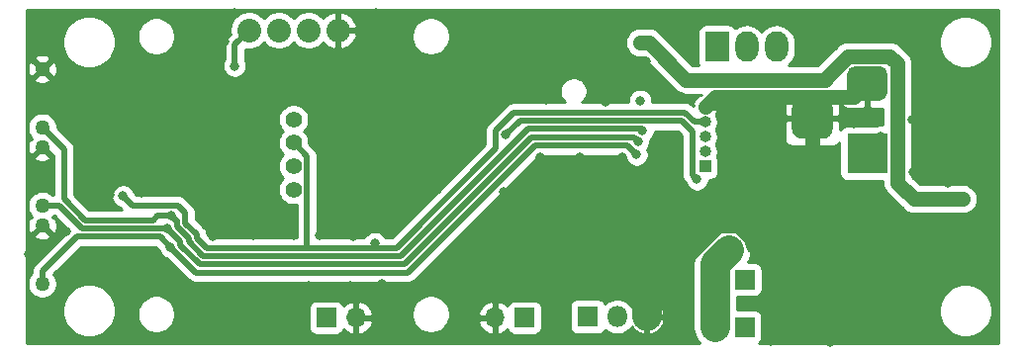
<source format=gbl>
G04 #@! TF.GenerationSoftware,KiCad,Pcbnew,(5.1.6-0-10_14)*
G04 #@! TF.CreationDate,2020-10-30T11:13:33+09:00*
G04 #@! TF.ProjectId,NinjaLAMP,4e696e6a-614c-4414-9d50-2e6b69636164,rev?*
G04 #@! TF.SameCoordinates,Original*
G04 #@! TF.FileFunction,Copper,L2,Bot*
G04 #@! TF.FilePolarity,Positive*
%FSLAX46Y46*%
G04 Gerber Fmt 4.6, Leading zero omitted, Abs format (unit mm)*
G04 Created by KiCad (PCBNEW (5.1.6-0-10_14)) date 2020-10-30 11:13:33*
%MOMM*%
%LPD*%
G01*
G04 APERTURE LIST*
G04 #@! TA.AperFunction,ComponentPad*
%ADD10R,1.000000X1.000000*%
G04 #@! TD*
G04 #@! TA.AperFunction,ComponentPad*
%ADD11O,1.000000X1.000000*%
G04 #@! TD*
G04 #@! TA.AperFunction,ComponentPad*
%ADD12O,2.032000X2.032000*%
G04 #@! TD*
G04 #@! TA.AperFunction,ComponentPad*
%ADD13C,1.399540*%
G04 #@! TD*
G04 #@! TA.AperFunction,ComponentPad*
%ADD14R,1.700000X1.700000*%
G04 #@! TD*
G04 #@! TA.AperFunction,ComponentPad*
%ADD15O,1.700000X1.700000*%
G04 #@! TD*
G04 #@! TA.AperFunction,ComponentPad*
%ADD16R,3.500000X3.500000*%
G04 #@! TD*
G04 #@! TA.AperFunction,ComponentPad*
%ADD17R,2.000000X2.600000*%
G04 #@! TD*
G04 #@! TA.AperFunction,ComponentPad*
%ADD18O,2.000000X2.600000*%
G04 #@! TD*
G04 #@! TA.AperFunction,ComponentPad*
%ADD19O,1.800000X1.800000*%
G04 #@! TD*
G04 #@! TA.AperFunction,ComponentPad*
%ADD20R,1.800000X1.800000*%
G04 #@! TD*
G04 #@! TA.AperFunction,ComponentPad*
%ADD21C,1.270000*%
G04 #@! TD*
G04 #@! TA.AperFunction,ViaPad*
%ADD22C,0.800000*%
G04 #@! TD*
G04 #@! TA.AperFunction,Conductor*
%ADD23C,1.270000*%
G04 #@! TD*
G04 #@! TA.AperFunction,Conductor*
%ADD24C,2.540000*%
G04 #@! TD*
G04 #@! TA.AperFunction,Conductor*
%ADD25C,0.508000*%
G04 #@! TD*
G04 #@! TA.AperFunction,Conductor*
%ADD26C,0.254000*%
G04 #@! TD*
G04 APERTURE END LIST*
D10*
G04 #@! TO.P,J2,1*
G04 #@! TO.N,TACT0*
X168732500Y-101697000D03*
D11*
G04 #@! TO.P,J2,2*
G04 #@! TO.N,TACT1*
X168732500Y-100427000D03*
G04 #@! TO.P,J2,3*
G04 #@! TO.N,TACT2*
X168732500Y-99157000D03*
G04 #@! TO.P,J2,4*
G04 #@! TO.N,+3V3*
X168732500Y-97887000D03*
G04 #@! TO.P,J2,5*
G04 #@! TO.N,GND*
X168732500Y-96617000D03*
G04 #@! TD*
D12*
G04 #@! TO.P,D2,4*
G04 #@! TO.N,SDA*
X129710000Y-90040000D03*
G04 #@! TO.P,D2,3*
G04 #@! TO.N,SCL*
X132250000Y-90040000D03*
G04 #@! TO.P,D2,2*
G04 #@! TO.N,+3V3*
X134790000Y-90040000D03*
G04 #@! TO.P,D2,1*
G04 #@! TO.N,GND*
X137330000Y-90040000D03*
G04 #@! TD*
D13*
G04 #@! TO.P,D1,4*
G04 #@! TO.N,Net-(D1-Pad4)*
X133520000Y-97660260D03*
G04 #@! TO.P,D1,3*
G04 #@! TO.N,+3V3*
X133520000Y-99661780D03*
G04 #@! TO.P,D1,2*
G04 #@! TO.N,Net-(D1-Pad2)*
X133520000Y-101658220D03*
G04 #@! TO.P,D1,1*
G04 #@! TO.N,Net-(D1-Pad1)*
X133520000Y-103659740D03*
G04 #@! TD*
D14*
G04 #@! TO.P,HEATER1,1*
G04 #@! TO.N,+12V*
X172149240Y-115442800D03*
D15*
G04 #@! TO.P,HEATER1,2*
G04 #@! TO.N,/Q2*
X169609240Y-115442800D03*
G04 #@! TD*
G04 #@! TO.P,HEATER2,2*
G04 #@! TO.N,/Q2*
X169619400Y-111369400D03*
D14*
G04 #@! TO.P,HEATER2,1*
G04 #@! TO.N,+12V*
X172159400Y-111369400D03*
G04 #@! TD*
D16*
G04 #@! TO.P,J1,1*
G04 #@! TO.N,+12V*
X182624200Y-100574400D03*
G04 #@! TO.P,J1,2*
G04 #@! TO.N,GND*
G04 #@! TA.AperFunction,ComponentPad*
G36*
G01*
X181624200Y-93074400D02*
X183624200Y-93074400D01*
G75*
G02*
X184374200Y-93824400I0J-750000D01*
G01*
X184374200Y-95324400D01*
G75*
G02*
X183624200Y-96074400I-750000J0D01*
G01*
X181624200Y-96074400D01*
G75*
G02*
X180874200Y-95324400I0J750000D01*
G01*
X180874200Y-93824400D01*
G75*
G02*
X181624200Y-93074400I750000J0D01*
G01*
G37*
G04 #@! TD.AperFunction*
G04 #@! TO.P,J1,3*
G04 #@! TA.AperFunction,ComponentPad*
G36*
G01*
X177049200Y-95824400D02*
X178799200Y-95824400D01*
G75*
G02*
X179674200Y-96699400I0J-875000D01*
G01*
X179674200Y-98449400D01*
G75*
G02*
X178799200Y-99324400I-875000J0D01*
G01*
X177049200Y-99324400D01*
G75*
G02*
X176174200Y-98449400I0J875000D01*
G01*
X176174200Y-96699400D01*
G75*
G02*
X177049200Y-95824400I875000J0D01*
G01*
G37*
G04 #@! TD.AperFunction*
G04 #@! TD*
D17*
G04 #@! TO.P,FAN1,1*
G04 #@! TO.N,Net-(FAN1-Pad1)*
X169759100Y-91439800D03*
D18*
G04 #@! TO.P,FAN1,2*
G04 #@! TO.N,+12V*
X172299100Y-91439800D03*
G04 #@! TO.P,FAN1,3*
G04 #@! TO.N,N/C*
X174839100Y-91439800D03*
G04 #@! TD*
D14*
G04 #@! TO.P,NTC_AIR1,1*
G04 #@! TO.N,AIN_AIR*
X136320000Y-114630000D03*
D15*
G04 #@! TO.P,NTC_AIR1,2*
G04 #@! TO.N,GND*
X138860000Y-114630000D03*
G04 #@! TD*
G04 #@! TO.P,NTC_WELL1,2*
G04 #@! TO.N,GND*
X150752500Y-114630000D03*
D14*
G04 #@! TO.P,NTC_WELL1,1*
G04 #@! TO.N,AIN_WELL*
X153292500Y-114630000D03*
G04 #@! TD*
D19*
G04 #@! TO.P,EXTRA_Q1,3*
G04 #@! TO.N,GND*
X163762500Y-114557000D03*
G04 #@! TO.P,EXTRA_Q1,2*
G04 #@! TO.N,/Q2*
X161222500Y-114557000D03*
D20*
G04 #@! TO.P,EXTRA_Q1,1*
G04 #@! TO.N,/Q1*
X158682500Y-114557000D03*
G04 #@! TD*
D21*
G04 #@! TO.P,SW1,2*
G04 #@! TO.N,GND*
X112020000Y-100040640D03*
G04 #@! TO.P,SW1,1*
G04 #@! TO.N,TACT1*
X112020000Y-105039360D03*
G04 #@! TD*
G04 #@! TO.P,SW0,1*
G04 #@! TO.N,TACT0*
X112020000Y-111739360D03*
G04 #@! TO.P,SW0,2*
G04 #@! TO.N,GND*
X112020000Y-106740640D03*
G04 #@! TD*
G04 #@! TO.P,SW2,2*
G04 #@! TO.N,GND*
X112020000Y-93340640D03*
G04 #@! TO.P,SW2,1*
G04 #@! TO.N,TACT2*
X112020000Y-98339360D03*
G04 #@! TD*
D22*
G04 #@! TO.N,*
X163202500Y-96067000D03*
G04 #@! TO.N,GND*
X173467500Y-108216500D03*
X118352500Y-92177000D03*
X118932500Y-88997000D03*
X148722500Y-113277000D03*
X156382500Y-115517000D03*
X128452500Y-88577000D03*
X140582500Y-88537000D03*
X143592500Y-91947000D03*
X143722500Y-89137000D03*
X155182500Y-96017000D03*
X151412500Y-94367000D03*
X148322500Y-89787000D03*
X151582500Y-88847000D03*
X151122500Y-92397000D03*
X154702500Y-88957000D03*
X155212500Y-92027000D03*
X157532500Y-91877000D03*
X157612500Y-89477000D03*
X160192500Y-91997000D03*
X160192500Y-96197000D03*
X163682500Y-92657000D03*
X165172500Y-89737000D03*
X167682500Y-90677000D03*
X161682500Y-89847000D03*
X170372500Y-89087000D03*
X174582500Y-89057000D03*
X177552500Y-89047000D03*
X181922500Y-89227000D03*
X187102500Y-89177000D03*
X192902500Y-93097000D03*
X188892500Y-112447000D03*
X186762500Y-116407000D03*
X185992500Y-112477000D03*
X174352500Y-116627000D03*
X174712500Y-112557000D03*
X179402500Y-116707000D03*
X176852500Y-114777000D03*
X182542500Y-115127000D03*
X178292500Y-107277000D03*
X180212500Y-106167000D03*
X179732500Y-101487000D03*
X176592500Y-101607000D03*
X176462500Y-104917000D03*
X181512500Y-98057000D03*
G04 #@! TO.N,+12V*
X183752500Y-99147000D03*
G04 #@! TO.N,GND*
X156412500Y-112337000D03*
X167402500Y-105457000D03*
X169902500Y-104307000D03*
X123392500Y-94877000D03*
X119492500Y-96977000D03*
X111592500Y-89777000D03*
X111292500Y-95877000D03*
X115192500Y-96377000D03*
X110992500Y-102177000D03*
X115692500Y-99677000D03*
X110892500Y-109177000D03*
X114092500Y-107277000D03*
X115092500Y-104077000D03*
X117792500Y-104077000D03*
X124192500Y-101977000D03*
X126592500Y-100577000D03*
X127592500Y-98477000D03*
X131992500Y-100877000D03*
X130192500Y-103677000D03*
X115492500Y-108977000D03*
X111292500Y-113577000D03*
X113292500Y-116177000D03*
X118292500Y-111877000D03*
X119192500Y-116277000D03*
X121392500Y-110477000D03*
X124492500Y-115677000D03*
X124592500Y-112377000D03*
X128192500Y-115777000D03*
X128192500Y-112477000D03*
X131492500Y-115677000D03*
X131392500Y-112477000D03*
X134792500Y-111877000D03*
X141092500Y-111777000D03*
X138392500Y-111877000D03*
X140492500Y-113777000D03*
X142992500Y-116377000D03*
X139592500Y-116477000D03*
X146192500Y-111977000D03*
X146992500Y-109077000D03*
X149892500Y-109077000D03*
X152392500Y-111577000D03*
X149492500Y-111377000D03*
X148092500Y-116077000D03*
X154292500Y-112877000D03*
X151792500Y-108077000D03*
X154892500Y-107277000D03*
X153992500Y-110077000D03*
X157492500Y-109177000D03*
X160292500Y-107277000D03*
X164692500Y-108377000D03*
X162392500Y-109277000D03*
X160192500Y-110577000D03*
X160492500Y-116377000D03*
X163792500Y-105277000D03*
X158792500Y-105177000D03*
X154892500Y-105277000D03*
X151492500Y-105477000D03*
X151492500Y-103877000D03*
X154592500Y-100877000D03*
X161692500Y-100877000D03*
X157992500Y-100877000D03*
X163192500Y-103077000D03*
X160092500Y-103177000D03*
X156292500Y-103077000D03*
X135892500Y-102177000D03*
X135892500Y-103877000D03*
X138792500Y-103777000D03*
X140792500Y-101877000D03*
X144392500Y-101977000D03*
X145792500Y-103677000D03*
X147292500Y-102077000D03*
X147492500Y-100177000D03*
X147192500Y-98277000D03*
X144392500Y-98677000D03*
X141392500Y-98577000D03*
X138592500Y-98577000D03*
X136592500Y-98977000D03*
X137492500Y-101077000D03*
X139692500Y-100077000D03*
X142792500Y-100577000D03*
X145692500Y-100277000D03*
X133592500Y-107577000D03*
X131792500Y-106577000D03*
X130092500Y-107577000D03*
X127992500Y-106277000D03*
X126592500Y-107677000D03*
X126292500Y-104077000D03*
X120492500Y-103977000D03*
X120192500Y-100177000D03*
X126792500Y-93777000D03*
X126592500Y-96177000D03*
X130992500Y-92977000D03*
X129092500Y-95577000D03*
X131492500Y-97377000D03*
X129292500Y-100777000D03*
X133392500Y-92877000D03*
X121892500Y-92977000D03*
X124192500Y-89077000D03*
X124792500Y-91577000D03*
X127592500Y-90977000D03*
X135992500Y-91577000D03*
X138792500Y-91477000D03*
X141492500Y-92077000D03*
X140192500Y-94877000D03*
X136692500Y-94977000D03*
X133992500Y-96077000D03*
X135792500Y-107577000D03*
X137192500Y-106377000D03*
X138592500Y-107677000D03*
X140992500Y-105377000D03*
X121192500Y-102177000D03*
X186492500Y-97677000D03*
X186592500Y-102177000D03*
X189492500Y-103077000D03*
X193192500Y-101777000D03*
X191992500Y-103177000D03*
X184692500Y-104677000D03*
X187692500Y-107077000D03*
X177092500Y-92777000D03*
X179692500Y-91277000D03*
X185992500Y-91177000D03*
X186892500Y-94677000D03*
G04 #@! TO.N,+3V3*
X118941501Y-104226001D03*
X140492500Y-108277000D03*
G04 #@! TO.N,SDA*
X128492500Y-93077000D03*
G04 #@! TO.N,/Q2*
X170787800Y-108889600D03*
G04 #@! TO.N,HEATER*
X168046550Y-102801050D03*
X151692500Y-98977000D03*
G04 #@! TO.N,TACT0*
X162888630Y-100680870D03*
X122992500Y-108577000D03*
G04 #@! TO.N,TACT1*
X162992500Y-99577000D03*
X122700510Y-106985010D03*
G04 #@! TO.N,TACT2*
X163392500Y-98620290D03*
X123092500Y-105877000D03*
G04 #@! TO.N,+5V*
X190792500Y-104477000D03*
X163192500Y-91077000D03*
G04 #@! TD*
D23*
G04 #@! TO.N,GND*
X177924200Y-105512400D02*
X175220100Y-108216500D01*
X175220100Y-108216500D02*
X173467500Y-108216500D01*
X177924200Y-98574400D02*
X177924200Y-105512400D01*
D24*
X169652851Y-106149591D02*
X171922749Y-106149591D01*
X173467500Y-107694342D02*
X173467500Y-108216500D01*
X171922749Y-106149591D02*
X173467500Y-107694342D01*
X163762500Y-112039942D02*
X169652851Y-106149591D01*
X163762500Y-114557000D02*
X163762500Y-112039942D01*
D23*
X168797501Y-96551999D02*
X169626221Y-95723279D01*
X168732500Y-96551999D02*
X168797501Y-96551999D01*
X181475321Y-95723279D02*
X182624200Y-94574400D01*
X177924200Y-95845300D02*
X178046221Y-95723279D01*
X177924200Y-97574400D02*
X177924200Y-95845300D01*
X178046221Y-95723279D02*
X181475321Y-95723279D01*
X169626221Y-95723279D02*
X178046221Y-95723279D01*
D25*
G04 #@! TO.N,+3V3*
X134792500Y-90042500D02*
X134790000Y-90040000D01*
X123646509Y-105022999D02*
X119738499Y-105022999D01*
X167863776Y-97887000D02*
X167035057Y-97058280D01*
X124262521Y-106544469D02*
X124262521Y-105639011D01*
X124262521Y-105639011D02*
X123646509Y-105022999D01*
X167035057Y-97058280D02*
X152347298Y-97058280D01*
X150792500Y-98613078D02*
X150792500Y-100177000D01*
X126072298Y-108652970D02*
X125262519Y-107843191D01*
X152347298Y-97058280D02*
X150792500Y-98613078D01*
X125262519Y-107843191D02*
X125262519Y-107544467D01*
X125262519Y-107544467D02*
X124262521Y-106544469D01*
X119738499Y-105022999D02*
X118941501Y-104226001D01*
X150792500Y-100177000D02*
X142316530Y-108652970D01*
X168732500Y-97887000D02*
X167863776Y-97887000D01*
X140492500Y-108628940D02*
X140516530Y-108652970D01*
X140492500Y-108277000D02*
X140492500Y-108628940D01*
X142316530Y-108652970D02*
X140516530Y-108652970D01*
X134673771Y-100815551D02*
X134673771Y-108610211D01*
X133520000Y-99661780D02*
X134673771Y-100815551D01*
X134716530Y-108652970D02*
X126072298Y-108652970D01*
X134673771Y-108610211D02*
X134716530Y-108652970D01*
X140516530Y-108652970D02*
X134716530Y-108652970D01*
G04 #@! TO.N,Net-(D1-Pad2)*
X133838780Y-101977000D02*
X133520000Y-101658220D01*
G04 #@! TO.N,SCL*
X132366229Y-90156229D02*
X132250000Y-90040000D01*
G04 #@! TO.N,SDA*
X128492500Y-91257500D02*
X129710000Y-90040000D01*
X128492500Y-93077000D02*
X128492500Y-91257500D01*
D24*
G04 #@! TO.N,/Q2*
X169619400Y-110058000D02*
X170787800Y-108889600D01*
X169619400Y-115432640D02*
X169609240Y-115442800D01*
X169609240Y-111379560D02*
X169619400Y-111369400D01*
X169609240Y-115442800D02*
X169609240Y-111379560D01*
X169619400Y-111369400D02*
X169619400Y-110058000D01*
D25*
G04 #@! TO.N,HEATER*
X167646551Y-98671051D02*
X166741790Y-97766290D01*
X167646551Y-102401051D02*
X167646551Y-98671051D01*
X168046550Y-102801050D02*
X167646551Y-102401051D01*
X152903210Y-97766290D02*
X151692500Y-98977000D01*
X166741790Y-97766290D02*
X152903210Y-97766290D01*
G04 #@! TO.N,TACT0*
X112020000Y-110649500D02*
X112020000Y-111739360D01*
X114976480Y-107693020D02*
X112020000Y-110649500D01*
X122108520Y-107693020D02*
X122992500Y-108577000D01*
X114976480Y-107693020D02*
X122108520Y-107693020D01*
X125192500Y-110777000D02*
X122992500Y-108577000D01*
X143295054Y-110777000D02*
X125192500Y-110777000D01*
X162098080Y-99890320D02*
X154181733Y-99890320D01*
X154181733Y-99890320D02*
X143295054Y-110777000D01*
X162888630Y-100680870D02*
X162098080Y-99890320D01*
G04 #@! TO.N,TACT1*
X115399233Y-106985010D02*
X114984490Y-106570266D01*
X113453584Y-105039360D02*
X112020000Y-105039360D01*
X114984490Y-106570266D02*
X113453584Y-105039360D01*
X122700510Y-106985010D02*
X115399233Y-106985010D01*
X123846501Y-108429725D02*
X123846501Y-108131001D01*
X153888466Y-99182310D02*
X143001787Y-110068990D01*
X162697810Y-99182310D02*
X153888466Y-99182310D01*
X125485766Y-110068990D02*
X123846501Y-108429725D01*
X143001787Y-110068990D02*
X125485766Y-110068990D01*
X162892500Y-99377000D02*
X162697810Y-99182310D01*
X123846501Y-108131001D02*
X122700510Y-106985010D01*
X162892500Y-99477000D02*
X162892500Y-99377000D01*
X162992500Y-99577000D02*
X162892500Y-99477000D01*
G04 #@! TO.N,TACT2*
X115692500Y-106277000D02*
X113892500Y-104477000D01*
X113892500Y-100211860D02*
X112020000Y-98339360D01*
X113892500Y-104477000D02*
X113892500Y-100211860D01*
X115692500Y-106277000D02*
X121492500Y-106277000D01*
X121492500Y-106277000D02*
X121892500Y-105877000D01*
X121892500Y-105877000D02*
X123092500Y-105877000D01*
X123492500Y-106277000D02*
X123092500Y-105877000D01*
X123554511Y-106837735D02*
X123554511Y-106339011D01*
X163246510Y-98474300D02*
X153595200Y-98474300D01*
X125779032Y-109360980D02*
X124554511Y-108136459D01*
X123554511Y-106339011D02*
X123492500Y-106277000D01*
X124554510Y-107837734D02*
X123554511Y-106837735D01*
X153595200Y-98474300D02*
X142708520Y-109360980D01*
X142708520Y-109360980D02*
X125779032Y-109360980D01*
X124554511Y-108136459D02*
X124554510Y-107837734D01*
X163392500Y-98620290D02*
X163246510Y-98474300D01*
D23*
G04 #@! TO.N,+5V*
X163930302Y-91077000D02*
X163192500Y-91077000D01*
X167106571Y-94253269D02*
X163930302Y-91077000D01*
X179016231Y-94253269D02*
X167106571Y-94253269D01*
X179292500Y-93977000D02*
X179016231Y-94253269D01*
X185209201Y-92893701D02*
X184554890Y-92239390D01*
X184554890Y-92239390D02*
X180967666Y-92239390D01*
X186609201Y-104477000D02*
X185209201Y-103077000D01*
X179292500Y-93914556D02*
X179292500Y-93977000D01*
X180967666Y-92239390D02*
X179292500Y-93914556D01*
X185209201Y-103077000D02*
X185209201Y-92893701D01*
X190792500Y-104477000D02*
X186609201Y-104477000D01*
G04 #@! TD*
D26*
G04 #@! TO.N,GND*
G36*
X193810000Y-116830000D02*
G01*
X173341269Y-116830000D01*
X173353734Y-116823337D01*
X173450425Y-116743985D01*
X173529777Y-116647294D01*
X173588742Y-116536980D01*
X173625052Y-116417282D01*
X173637312Y-116292800D01*
X173637312Y-114592800D01*
X173625052Y-114468318D01*
X173588742Y-114348620D01*
X173529777Y-114238306D01*
X173450425Y-114141615D01*
X173353734Y-114062263D01*
X173243420Y-114003298D01*
X173123722Y-113966988D01*
X172999240Y-113954728D01*
X171514240Y-113954728D01*
X171514240Y-113816521D01*
X188750979Y-113816521D01*
X188750979Y-114263479D01*
X188838176Y-114701849D01*
X189009220Y-115114785D01*
X189257536Y-115486417D01*
X189573583Y-115802464D01*
X189945215Y-116050780D01*
X190358151Y-116221824D01*
X190796521Y-116309021D01*
X191243479Y-116309021D01*
X191681849Y-116221824D01*
X192094785Y-116050780D01*
X192466417Y-115802464D01*
X192782464Y-115486417D01*
X193030780Y-115114785D01*
X193201824Y-114701849D01*
X193289021Y-114263479D01*
X193289021Y-113816521D01*
X193201824Y-113378151D01*
X193030780Y-112965215D01*
X192782464Y-112593583D01*
X192466417Y-112277536D01*
X192094785Y-112029220D01*
X191681849Y-111858176D01*
X191243479Y-111770979D01*
X190796521Y-111770979D01*
X190358151Y-111858176D01*
X189945215Y-112029220D01*
X189573583Y-112277536D01*
X189257536Y-112593583D01*
X189009220Y-112965215D01*
X188838176Y-113378151D01*
X188750979Y-113816521D01*
X171514240Y-113816521D01*
X171514240Y-112857472D01*
X173009400Y-112857472D01*
X173133882Y-112845212D01*
X173253580Y-112808902D01*
X173363894Y-112749937D01*
X173460585Y-112670585D01*
X173539937Y-112573894D01*
X173598902Y-112463580D01*
X173635212Y-112343882D01*
X173647472Y-112219400D01*
X173647472Y-110519400D01*
X173635212Y-110394918D01*
X173598902Y-110275220D01*
X173539937Y-110164906D01*
X173460585Y-110068215D01*
X173363894Y-109988863D01*
X173253580Y-109929898D01*
X173133882Y-109893588D01*
X173009400Y-109881328D01*
X172417767Y-109881328D01*
X172556305Y-109622140D01*
X172665235Y-109263046D01*
X172702017Y-108889601D01*
X172665235Y-108516156D01*
X172556305Y-108157061D01*
X172379413Y-107826118D01*
X172141355Y-107536045D01*
X171851282Y-107297987D01*
X171520339Y-107121095D01*
X171161244Y-107012165D01*
X170787799Y-106975383D01*
X170414354Y-107012165D01*
X170055260Y-107121095D01*
X169724317Y-107297987D01*
X169506934Y-107476390D01*
X168338540Y-108644785D01*
X168265845Y-108704444D01*
X168134336Y-108864689D01*
X168027787Y-108994518D01*
X167853947Y-109319752D01*
X167850895Y-109325461D01*
X167741964Y-109684555D01*
X167714400Y-109964418D01*
X167705183Y-110058000D01*
X167714400Y-110151580D01*
X167714400Y-111182827D01*
X167695023Y-111379560D01*
X167704241Y-111473149D01*
X167704240Y-115349220D01*
X167695023Y-115442800D01*
X167704240Y-115536380D01*
X167704240Y-115536381D01*
X167731804Y-115816244D01*
X167840734Y-116175338D01*
X168017627Y-116506282D01*
X168255684Y-116796356D01*
X168296679Y-116830000D01*
X110730000Y-116830000D01*
X110730000Y-113816521D01*
X113750979Y-113816521D01*
X113750979Y-114263479D01*
X113838176Y-114701849D01*
X114009220Y-115114785D01*
X114257536Y-115486417D01*
X114573583Y-115802464D01*
X114945215Y-116050780D01*
X115358151Y-116221824D01*
X115796521Y-116309021D01*
X116243479Y-116309021D01*
X116681849Y-116221824D01*
X117094785Y-116050780D01*
X117466417Y-115802464D01*
X117782464Y-115486417D01*
X118030780Y-115114785D01*
X118201824Y-114701849D01*
X118289021Y-114263479D01*
X118289021Y-114178967D01*
X120135000Y-114178967D01*
X120135000Y-114501033D01*
X120197832Y-114816912D01*
X120321082Y-115114463D01*
X120500013Y-115382252D01*
X120727748Y-115609987D01*
X120995537Y-115788918D01*
X121293088Y-115912168D01*
X121608967Y-115975000D01*
X121931033Y-115975000D01*
X122246912Y-115912168D01*
X122544463Y-115788918D01*
X122812252Y-115609987D01*
X123039987Y-115382252D01*
X123218918Y-115114463D01*
X123342168Y-114816912D01*
X123405000Y-114501033D01*
X123405000Y-114178967D01*
X123342168Y-113863088D01*
X123307752Y-113780000D01*
X134831928Y-113780000D01*
X134831928Y-115480000D01*
X134844188Y-115604482D01*
X134880498Y-115724180D01*
X134939463Y-115834494D01*
X135018815Y-115931185D01*
X135115506Y-116010537D01*
X135225820Y-116069502D01*
X135345518Y-116105812D01*
X135470000Y-116118072D01*
X137170000Y-116118072D01*
X137294482Y-116105812D01*
X137414180Y-116069502D01*
X137524494Y-116010537D01*
X137621185Y-115931185D01*
X137700537Y-115834494D01*
X137759502Y-115724180D01*
X137783966Y-115643534D01*
X137859731Y-115727588D01*
X138093080Y-115901641D01*
X138355901Y-116026825D01*
X138503110Y-116071476D01*
X138733000Y-115950155D01*
X138733000Y-114757000D01*
X138987000Y-114757000D01*
X138987000Y-115950155D01*
X139216890Y-116071476D01*
X139364099Y-116026825D01*
X139626920Y-115901641D01*
X139860269Y-115727588D01*
X140055178Y-115511355D01*
X140204157Y-115261252D01*
X140301481Y-114986891D01*
X140180814Y-114757000D01*
X138987000Y-114757000D01*
X138733000Y-114757000D01*
X138713000Y-114757000D01*
X138713000Y-114503000D01*
X138733000Y-114503000D01*
X138733000Y-113309845D01*
X138987000Y-113309845D01*
X138987000Y-114503000D01*
X140180814Y-114503000D01*
X140301481Y-114273109D01*
X140268087Y-114178967D01*
X143635000Y-114178967D01*
X143635000Y-114501033D01*
X143697832Y-114816912D01*
X143821082Y-115114463D01*
X144000013Y-115382252D01*
X144227748Y-115609987D01*
X144495537Y-115788918D01*
X144793088Y-115912168D01*
X145108967Y-115975000D01*
X145431033Y-115975000D01*
X145746912Y-115912168D01*
X146044463Y-115788918D01*
X146312252Y-115609987D01*
X146539987Y-115382252D01*
X146718918Y-115114463D01*
X146771760Y-114986891D01*
X149311019Y-114986891D01*
X149408343Y-115261252D01*
X149557322Y-115511355D01*
X149752231Y-115727588D01*
X149985580Y-115901641D01*
X150248401Y-116026825D01*
X150395610Y-116071476D01*
X150625500Y-115950155D01*
X150625500Y-114757000D01*
X149431686Y-114757000D01*
X149311019Y-114986891D01*
X146771760Y-114986891D01*
X146842168Y-114816912D01*
X146905000Y-114501033D01*
X146905000Y-114273109D01*
X149311019Y-114273109D01*
X149431686Y-114503000D01*
X150625500Y-114503000D01*
X150625500Y-113309845D01*
X150879500Y-113309845D01*
X150879500Y-114503000D01*
X150899500Y-114503000D01*
X150899500Y-114757000D01*
X150879500Y-114757000D01*
X150879500Y-115950155D01*
X151109390Y-116071476D01*
X151256599Y-116026825D01*
X151519420Y-115901641D01*
X151752769Y-115727588D01*
X151828534Y-115643534D01*
X151852998Y-115724180D01*
X151911963Y-115834494D01*
X151991315Y-115931185D01*
X152088006Y-116010537D01*
X152198320Y-116069502D01*
X152318018Y-116105812D01*
X152442500Y-116118072D01*
X154142500Y-116118072D01*
X154266982Y-116105812D01*
X154386680Y-116069502D01*
X154496994Y-116010537D01*
X154593685Y-115931185D01*
X154673037Y-115834494D01*
X154732002Y-115724180D01*
X154768312Y-115604482D01*
X154780572Y-115480000D01*
X154780572Y-113780000D01*
X154768458Y-113657000D01*
X157144428Y-113657000D01*
X157144428Y-115457000D01*
X157156688Y-115581482D01*
X157192998Y-115701180D01*
X157251963Y-115811494D01*
X157331315Y-115908185D01*
X157428006Y-115987537D01*
X157538320Y-116046502D01*
X157658018Y-116082812D01*
X157782500Y-116095072D01*
X159582500Y-116095072D01*
X159706982Y-116082812D01*
X159826680Y-116046502D01*
X159936994Y-115987537D01*
X160033685Y-115908185D01*
X160113037Y-115811494D01*
X160172002Y-115701180D01*
X160177556Y-115682873D01*
X160243995Y-115749312D01*
X160495405Y-115917299D01*
X160774757Y-116033011D01*
X161071316Y-116092000D01*
X161373684Y-116092000D01*
X161670243Y-116033011D01*
X161949595Y-115917299D01*
X162201005Y-115749312D01*
X162414812Y-115535505D01*
X162495867Y-115414198D01*
X162630851Y-115594116D01*
X162854927Y-115794962D01*
X163113880Y-115948234D01*
X163397759Y-116048041D01*
X163635500Y-115927992D01*
X163635500Y-114684000D01*
X163889500Y-114684000D01*
X163889500Y-115927992D01*
X164127241Y-116048041D01*
X164411120Y-115948234D01*
X164670073Y-115794962D01*
X164894149Y-115594116D01*
X165074736Y-115353414D01*
X165204894Y-115082107D01*
X165253536Y-114921740D01*
X165132878Y-114684000D01*
X163889500Y-114684000D01*
X163635500Y-114684000D01*
X163615500Y-114684000D01*
X163615500Y-114430000D01*
X163635500Y-114430000D01*
X163635500Y-113186008D01*
X163889500Y-113186008D01*
X163889500Y-114430000D01*
X165132878Y-114430000D01*
X165253536Y-114192260D01*
X165204894Y-114031893D01*
X165074736Y-113760586D01*
X164894149Y-113519884D01*
X164670073Y-113319038D01*
X164411120Y-113165766D01*
X164127241Y-113065959D01*
X163889500Y-113186008D01*
X163635500Y-113186008D01*
X163397759Y-113065959D01*
X163113880Y-113165766D01*
X162854927Y-113319038D01*
X162630851Y-113519884D01*
X162495867Y-113699802D01*
X162414812Y-113578495D01*
X162201005Y-113364688D01*
X161949595Y-113196701D01*
X161670243Y-113080989D01*
X161373684Y-113022000D01*
X161071316Y-113022000D01*
X160774757Y-113080989D01*
X160495405Y-113196701D01*
X160243995Y-113364688D01*
X160177556Y-113431127D01*
X160172002Y-113412820D01*
X160113037Y-113302506D01*
X160033685Y-113205815D01*
X159936994Y-113126463D01*
X159826680Y-113067498D01*
X159706982Y-113031188D01*
X159582500Y-113018928D01*
X157782500Y-113018928D01*
X157658018Y-113031188D01*
X157538320Y-113067498D01*
X157428006Y-113126463D01*
X157331315Y-113205815D01*
X157251963Y-113302506D01*
X157192998Y-113412820D01*
X157156688Y-113532518D01*
X157144428Y-113657000D01*
X154768458Y-113657000D01*
X154768312Y-113655518D01*
X154732002Y-113535820D01*
X154673037Y-113425506D01*
X154593685Y-113328815D01*
X154496994Y-113249463D01*
X154386680Y-113190498D01*
X154266982Y-113154188D01*
X154142500Y-113141928D01*
X152442500Y-113141928D01*
X152318018Y-113154188D01*
X152198320Y-113190498D01*
X152088006Y-113249463D01*
X151991315Y-113328815D01*
X151911963Y-113425506D01*
X151852998Y-113535820D01*
X151828534Y-113616466D01*
X151752769Y-113532412D01*
X151519420Y-113358359D01*
X151256599Y-113233175D01*
X151109390Y-113188524D01*
X150879500Y-113309845D01*
X150625500Y-113309845D01*
X150395610Y-113188524D01*
X150248401Y-113233175D01*
X149985580Y-113358359D01*
X149752231Y-113532412D01*
X149557322Y-113748645D01*
X149408343Y-113998748D01*
X149311019Y-114273109D01*
X146905000Y-114273109D01*
X146905000Y-114178967D01*
X146842168Y-113863088D01*
X146718918Y-113565537D01*
X146539987Y-113297748D01*
X146312252Y-113070013D01*
X146044463Y-112891082D01*
X145746912Y-112767832D01*
X145431033Y-112705000D01*
X145108967Y-112705000D01*
X144793088Y-112767832D01*
X144495537Y-112891082D01*
X144227748Y-113070013D01*
X144000013Y-113297748D01*
X143821082Y-113565537D01*
X143697832Y-113863088D01*
X143635000Y-114178967D01*
X140268087Y-114178967D01*
X140204157Y-113998748D01*
X140055178Y-113748645D01*
X139860269Y-113532412D01*
X139626920Y-113358359D01*
X139364099Y-113233175D01*
X139216890Y-113188524D01*
X138987000Y-113309845D01*
X138733000Y-113309845D01*
X138503110Y-113188524D01*
X138355901Y-113233175D01*
X138093080Y-113358359D01*
X137859731Y-113532412D01*
X137783966Y-113616466D01*
X137759502Y-113535820D01*
X137700537Y-113425506D01*
X137621185Y-113328815D01*
X137524494Y-113249463D01*
X137414180Y-113190498D01*
X137294482Y-113154188D01*
X137170000Y-113141928D01*
X135470000Y-113141928D01*
X135345518Y-113154188D01*
X135225820Y-113190498D01*
X135115506Y-113249463D01*
X135018815Y-113328815D01*
X134939463Y-113425506D01*
X134880498Y-113535820D01*
X134844188Y-113655518D01*
X134831928Y-113780000D01*
X123307752Y-113780000D01*
X123218918Y-113565537D01*
X123039987Y-113297748D01*
X122812252Y-113070013D01*
X122544463Y-112891082D01*
X122246912Y-112767832D01*
X121931033Y-112705000D01*
X121608967Y-112705000D01*
X121293088Y-112767832D01*
X120995537Y-112891082D01*
X120727748Y-113070013D01*
X120500013Y-113297748D01*
X120321082Y-113565537D01*
X120197832Y-113863088D01*
X120135000Y-114178967D01*
X118289021Y-114178967D01*
X118289021Y-113816521D01*
X118201824Y-113378151D01*
X118030780Y-112965215D01*
X117782464Y-112593583D01*
X117466417Y-112277536D01*
X117094785Y-112029220D01*
X116681849Y-111858176D01*
X116243479Y-111770979D01*
X115796521Y-111770979D01*
X115358151Y-111858176D01*
X114945215Y-112029220D01*
X114573583Y-112277536D01*
X114257536Y-112593583D01*
X114009220Y-112965215D01*
X113838176Y-113378151D01*
X113750979Y-113816521D01*
X110730000Y-113816521D01*
X110730000Y-107615440D01*
X111324805Y-107615440D01*
X111376369Y-107842586D01*
X111603716Y-107946979D01*
X111847059Y-108005013D01*
X112097049Y-108014458D01*
X112344078Y-107974950D01*
X112578653Y-107888009D01*
X112663631Y-107842586D01*
X112715195Y-107615440D01*
X112020000Y-106920245D01*
X111324805Y-107615440D01*
X110730000Y-107615440D01*
X110730000Y-100915440D01*
X111324805Y-100915440D01*
X111376369Y-101142586D01*
X111603716Y-101246979D01*
X111847059Y-101305013D01*
X112097049Y-101314458D01*
X112344078Y-101274950D01*
X112578653Y-101188009D01*
X112663631Y-101142586D01*
X112715195Y-100915440D01*
X112020000Y-100220245D01*
X111324805Y-100915440D01*
X110730000Y-100915440D01*
X110730000Y-100117689D01*
X110746182Y-100117689D01*
X110785690Y-100364718D01*
X110872631Y-100599293D01*
X110918054Y-100684271D01*
X111145200Y-100735835D01*
X111840395Y-100040640D01*
X111826253Y-100026498D01*
X112005858Y-99846893D01*
X112020000Y-99861035D01*
X112034143Y-99846893D01*
X112213748Y-100026498D01*
X112199605Y-100040640D01*
X112894800Y-100735835D01*
X113003501Y-100711159D01*
X113003500Y-104150360D01*
X112927051Y-104150360D01*
X112829578Y-104052887D01*
X112621571Y-103913901D01*
X112390445Y-103818165D01*
X112145084Y-103769360D01*
X111894916Y-103769360D01*
X111649555Y-103818165D01*
X111418429Y-103913901D01*
X111210422Y-104052887D01*
X111033527Y-104229782D01*
X110894541Y-104437789D01*
X110798805Y-104668915D01*
X110750000Y-104914276D01*
X110750000Y-105164444D01*
X110798805Y-105409805D01*
X110894541Y-105640931D01*
X111033527Y-105848938D01*
X111070679Y-105886090D01*
X111028260Y-105928508D01*
X111145198Y-106045446D01*
X110918054Y-106097009D01*
X110813661Y-106324356D01*
X110755627Y-106567699D01*
X110746182Y-106817689D01*
X110785690Y-107064718D01*
X110872631Y-107299293D01*
X110918054Y-107384271D01*
X111145200Y-107435835D01*
X111840395Y-106740640D01*
X111826253Y-106726498D01*
X112005858Y-106546893D01*
X112020000Y-106561035D01*
X112034143Y-106546893D01*
X112213748Y-106726498D01*
X112199605Y-106740640D01*
X112894800Y-107435835D01*
X113121946Y-107384271D01*
X113226339Y-107156924D01*
X113284373Y-106913581D01*
X113293818Y-106663591D01*
X113254310Y-106416562D01*
X113167369Y-106181987D01*
X113121946Y-106097009D01*
X112894802Y-106045446D01*
X113011740Y-105928508D01*
X113011592Y-105928360D01*
X113085349Y-105928360D01*
X114284626Y-107127638D01*
X111422264Y-109990001D01*
X111388341Y-110017841D01*
X111277247Y-110153210D01*
X111194697Y-110307650D01*
X111168225Y-110394918D01*
X111145644Y-110469360D01*
X111143864Y-110475227D01*
X111131000Y-110605834D01*
X111131000Y-110605840D01*
X111126700Y-110649500D01*
X111131000Y-110693161D01*
X111131000Y-110832309D01*
X111033527Y-110929782D01*
X110894541Y-111137789D01*
X110798805Y-111368915D01*
X110750000Y-111614276D01*
X110750000Y-111864444D01*
X110798805Y-112109805D01*
X110894541Y-112340931D01*
X111033527Y-112548938D01*
X111210422Y-112725833D01*
X111418429Y-112864819D01*
X111649555Y-112960555D01*
X111894916Y-113009360D01*
X112145084Y-113009360D01*
X112390445Y-112960555D01*
X112621571Y-112864819D01*
X112829578Y-112725833D01*
X113006473Y-112548938D01*
X113145459Y-112340931D01*
X113241195Y-112109805D01*
X113290000Y-111864444D01*
X113290000Y-111614276D01*
X113241195Y-111368915D01*
X113145459Y-111137789D01*
X113006473Y-110929782D01*
X113001713Y-110925022D01*
X115344716Y-108582020D01*
X121740285Y-108582020D01*
X121987370Y-108829105D01*
X121997274Y-108878898D01*
X122075295Y-109067256D01*
X122188563Y-109236774D01*
X122332726Y-109380937D01*
X122502244Y-109494205D01*
X122690602Y-109572226D01*
X122740395Y-109582130D01*
X124533006Y-111374742D01*
X124560841Y-111408659D01*
X124696209Y-111519753D01*
X124850649Y-111602303D01*
X124945258Y-111631002D01*
X125018225Y-111653136D01*
X125034825Y-111654771D01*
X125148833Y-111666000D01*
X125148840Y-111666000D01*
X125192500Y-111670300D01*
X125236160Y-111666000D01*
X143251394Y-111666000D01*
X143295054Y-111670300D01*
X143338714Y-111666000D01*
X143338721Y-111666000D01*
X143469328Y-111653136D01*
X143636905Y-111602303D01*
X143791345Y-111519753D01*
X143926713Y-111408659D01*
X143954553Y-111374736D01*
X154549969Y-100779320D01*
X161729845Y-100779320D01*
X161883500Y-100932975D01*
X161893404Y-100982768D01*
X161971425Y-101171126D01*
X162084693Y-101340644D01*
X162228856Y-101484807D01*
X162398374Y-101598075D01*
X162586732Y-101676096D01*
X162786691Y-101715870D01*
X162990569Y-101715870D01*
X163190528Y-101676096D01*
X163378886Y-101598075D01*
X163548404Y-101484807D01*
X163692567Y-101340644D01*
X163805835Y-101171126D01*
X163883856Y-100982768D01*
X163923630Y-100782809D01*
X163923630Y-100578931D01*
X163883856Y-100378972D01*
X163814042Y-100210427D01*
X163909705Y-100067256D01*
X163987726Y-99878898D01*
X164027500Y-99678939D01*
X164027500Y-99475061D01*
X164021481Y-99444802D01*
X164052274Y-99424227D01*
X164196437Y-99280064D01*
X164309705Y-99110546D01*
X164387726Y-98922188D01*
X164427500Y-98722229D01*
X164427500Y-98655290D01*
X166373555Y-98655290D01*
X166757552Y-99039287D01*
X166757551Y-102357391D01*
X166753251Y-102401051D01*
X166757551Y-102444711D01*
X166757551Y-102444717D01*
X166762913Y-102499152D01*
X166770415Y-102575325D01*
X166780527Y-102608659D01*
X166821248Y-102742901D01*
X166903798Y-102897341D01*
X167014892Y-103032710D01*
X167041735Y-103054739D01*
X167051324Y-103102948D01*
X167129345Y-103291306D01*
X167242613Y-103460824D01*
X167386776Y-103604987D01*
X167556294Y-103718255D01*
X167744652Y-103796276D01*
X167944611Y-103836050D01*
X168148489Y-103836050D01*
X168348448Y-103796276D01*
X168536806Y-103718255D01*
X168706324Y-103604987D01*
X168850487Y-103460824D01*
X168963755Y-103291306D01*
X169041776Y-103102948D01*
X169081550Y-102902989D01*
X169081550Y-102835072D01*
X169232500Y-102835072D01*
X169356982Y-102822812D01*
X169476680Y-102786502D01*
X169586994Y-102727537D01*
X169683685Y-102648185D01*
X169763037Y-102551494D01*
X169822002Y-102441180D01*
X169858312Y-102321482D01*
X169870572Y-102197000D01*
X169870572Y-101197000D01*
X169858312Y-101072518D01*
X169822002Y-100952820D01*
X169777612Y-100869774D01*
X169823883Y-100758067D01*
X169867500Y-100538788D01*
X169867500Y-100315212D01*
X169823883Y-100095933D01*
X169738324Y-99889376D01*
X169673259Y-99792000D01*
X169738324Y-99694624D01*
X169823883Y-99488067D01*
X169856438Y-99324400D01*
X175536128Y-99324400D01*
X175548388Y-99448882D01*
X175584698Y-99568580D01*
X175643663Y-99678894D01*
X175723015Y-99775585D01*
X175819706Y-99854937D01*
X175930020Y-99913902D01*
X176049718Y-99950212D01*
X176174200Y-99962472D01*
X177638450Y-99959400D01*
X177797200Y-99800650D01*
X177797200Y-97701400D01*
X175697950Y-97701400D01*
X175539200Y-97860150D01*
X175536128Y-99324400D01*
X169856438Y-99324400D01*
X169867500Y-99268788D01*
X169867500Y-99045212D01*
X169823883Y-98825933D01*
X169738324Y-98619376D01*
X169673259Y-98522000D01*
X169738324Y-98424624D01*
X169823883Y-98218067D01*
X169867500Y-97998788D01*
X169867500Y-97775212D01*
X169823883Y-97555933D01*
X169738324Y-97349376D01*
X169670147Y-97247342D01*
X169719623Y-97177206D01*
X169809946Y-96973864D01*
X169826619Y-96918874D01*
X169700454Y-96744000D01*
X168859500Y-96744000D01*
X168859500Y-96755026D01*
X168844288Y-96752000D01*
X168620712Y-96752000D01*
X168605500Y-96755026D01*
X168605500Y-96744000D01*
X168585500Y-96744000D01*
X168585500Y-96490000D01*
X168605500Y-96490000D01*
X168605500Y-96470000D01*
X168859500Y-96470000D01*
X168859500Y-96490000D01*
X169700454Y-96490000D01*
X169826619Y-96315126D01*
X169809946Y-96260136D01*
X169719623Y-96056794D01*
X169591365Y-95874980D01*
X169430101Y-95721682D01*
X169242029Y-95602790D01*
X169035402Y-95523269D01*
X175615139Y-95523269D01*
X175584698Y-95580220D01*
X175548388Y-95699918D01*
X175536128Y-95824400D01*
X175539200Y-97288650D01*
X175697950Y-97447400D01*
X177797200Y-97447400D01*
X177797200Y-97427400D01*
X178051200Y-97427400D01*
X178051200Y-97447400D01*
X180150450Y-97447400D01*
X180309200Y-97288650D01*
X180311131Y-96368033D01*
X180343663Y-96428894D01*
X180423015Y-96525585D01*
X180519706Y-96604937D01*
X180630020Y-96663902D01*
X180749718Y-96700212D01*
X180874200Y-96712472D01*
X182338450Y-96709400D01*
X182497200Y-96550650D01*
X182497200Y-94701400D01*
X182477200Y-94701400D01*
X182477200Y-94447400D01*
X182497200Y-94447400D01*
X182497200Y-94427400D01*
X182751200Y-94427400D01*
X182751200Y-94447400D01*
X182771200Y-94447400D01*
X182771200Y-94701400D01*
X182751200Y-94701400D01*
X182751200Y-96550650D01*
X182909950Y-96709400D01*
X183939202Y-96711559D01*
X183939201Y-98128860D01*
X183854439Y-98112000D01*
X183650561Y-98112000D01*
X183450602Y-98151774D01*
X183367182Y-98186328D01*
X180874200Y-98186328D01*
X180749718Y-98198588D01*
X180630020Y-98234898D01*
X180519706Y-98293863D01*
X180423015Y-98373215D01*
X180343663Y-98469906D01*
X180310609Y-98531745D01*
X180309200Y-97860150D01*
X180150450Y-97701400D01*
X178051200Y-97701400D01*
X178051200Y-99800650D01*
X178209950Y-99959400D01*
X179674200Y-99962472D01*
X179798682Y-99950212D01*
X179918380Y-99913902D01*
X180028694Y-99854937D01*
X180125385Y-99775585D01*
X180204737Y-99678894D01*
X180236128Y-99620167D01*
X180236128Y-102324400D01*
X180248388Y-102448882D01*
X180284698Y-102568580D01*
X180343663Y-102678894D01*
X180423015Y-102775585D01*
X180519706Y-102854937D01*
X180630020Y-102913902D01*
X180749718Y-102950212D01*
X180874200Y-102962472D01*
X183939201Y-102962472D01*
X183939201Y-103014627D01*
X183933058Y-103077000D01*
X183939201Y-103139373D01*
X183939201Y-103139379D01*
X183957578Y-103325962D01*
X184030198Y-103565358D01*
X184148126Y-103785987D01*
X184306831Y-103979370D01*
X184355292Y-104019141D01*
X185667064Y-105330914D01*
X185706831Y-105379370D01*
X185900213Y-105538075D01*
X186120842Y-105656003D01*
X186246530Y-105694130D01*
X186360237Y-105728623D01*
X186383548Y-105730919D01*
X186546821Y-105747000D01*
X186546828Y-105747000D01*
X186609201Y-105753143D01*
X186671574Y-105747000D01*
X190854880Y-105747000D01*
X191041463Y-105728623D01*
X191280859Y-105656003D01*
X191501488Y-105538075D01*
X191694870Y-105379370D01*
X191853575Y-105185988D01*
X191971503Y-104965359D01*
X192044123Y-104725963D01*
X192068644Y-104477000D01*
X192044123Y-104228037D01*
X191971503Y-103988641D01*
X191853575Y-103768012D01*
X191694870Y-103574630D01*
X191501488Y-103415925D01*
X191280859Y-103297997D01*
X191041463Y-103225377D01*
X190854880Y-103207000D01*
X187135252Y-103207000D01*
X186479201Y-102550950D01*
X186479201Y-92956073D01*
X186485344Y-92893700D01*
X186479201Y-92831327D01*
X186479201Y-92831321D01*
X186460824Y-92644738D01*
X186388204Y-92405342D01*
X186270276Y-92184713D01*
X186111571Y-91991331D01*
X186063110Y-91951560D01*
X185497031Y-91385481D01*
X185457260Y-91337020D01*
X185263878Y-91178315D01*
X185043249Y-91060387D01*
X184803853Y-90987767D01*
X184617270Y-90969390D01*
X184617263Y-90969390D01*
X184554890Y-90963247D01*
X184492517Y-90969390D01*
X181030038Y-90969390D01*
X180967665Y-90963247D01*
X180905292Y-90969390D01*
X180905286Y-90969390D01*
X180744421Y-90985234D01*
X180718702Y-90987767D01*
X180646082Y-91009796D01*
X180479307Y-91060387D01*
X180258678Y-91178315D01*
X180065296Y-91337020D01*
X180025529Y-91385476D01*
X178438591Y-92972415D01*
X178425365Y-92983269D01*
X175901195Y-92983269D01*
X176000814Y-92901514D01*
X176205131Y-92652552D01*
X176356952Y-92368515D01*
X176450443Y-92060315D01*
X176474100Y-91820121D01*
X176474100Y-91059478D01*
X176450443Y-90819284D01*
X176449605Y-90816521D01*
X188750979Y-90816521D01*
X188750979Y-91263479D01*
X188838176Y-91701849D01*
X189009220Y-92114785D01*
X189257536Y-92486417D01*
X189573583Y-92802464D01*
X189945215Y-93050780D01*
X190358151Y-93221824D01*
X190796521Y-93309021D01*
X191243479Y-93309021D01*
X191681849Y-93221824D01*
X192094785Y-93050780D01*
X192466417Y-92802464D01*
X192782464Y-92486417D01*
X193030780Y-92114785D01*
X193201824Y-91701849D01*
X193289021Y-91263479D01*
X193289021Y-90816521D01*
X193201824Y-90378151D01*
X193030780Y-89965215D01*
X192782464Y-89593583D01*
X192466417Y-89277536D01*
X192094785Y-89029220D01*
X191681849Y-88858176D01*
X191243479Y-88770979D01*
X190796521Y-88770979D01*
X190358151Y-88858176D01*
X189945215Y-89029220D01*
X189573583Y-89277536D01*
X189257536Y-89593583D01*
X189009220Y-89965215D01*
X188838176Y-90378151D01*
X188750979Y-90816521D01*
X176449605Y-90816521D01*
X176356952Y-90511085D01*
X176205131Y-90227048D01*
X176000814Y-89978086D01*
X175751851Y-89773769D01*
X175467814Y-89621948D01*
X175159615Y-89528457D01*
X174839100Y-89496889D01*
X174518584Y-89528457D01*
X174210385Y-89621948D01*
X173926348Y-89773769D01*
X173677386Y-89978086D01*
X173569100Y-90110034D01*
X173460814Y-89978086D01*
X173211851Y-89773769D01*
X172927814Y-89621948D01*
X172619615Y-89528457D01*
X172299100Y-89496889D01*
X171978584Y-89528457D01*
X171670385Y-89621948D01*
X171386348Y-89773769D01*
X171314839Y-89832455D01*
X171289637Y-89785306D01*
X171210285Y-89688615D01*
X171113594Y-89609263D01*
X171003280Y-89550298D01*
X170883582Y-89513988D01*
X170759100Y-89501728D01*
X168759100Y-89501728D01*
X168634618Y-89513988D01*
X168514920Y-89550298D01*
X168404606Y-89609263D01*
X168307915Y-89688615D01*
X168228563Y-89785306D01*
X168169598Y-89895620D01*
X168133288Y-90015318D01*
X168121028Y-90139800D01*
X168121028Y-92739800D01*
X168133288Y-92864282D01*
X168169382Y-92983269D01*
X167632623Y-92983269D01*
X164872443Y-90223091D01*
X164832672Y-90174630D01*
X164639290Y-90015925D01*
X164418661Y-89897997D01*
X164179265Y-89825377D01*
X163992682Y-89807000D01*
X163992675Y-89807000D01*
X163930302Y-89800857D01*
X163867929Y-89807000D01*
X163130120Y-89807000D01*
X162943537Y-89825377D01*
X162704141Y-89897997D01*
X162483512Y-90015925D01*
X162290130Y-90174630D01*
X162131425Y-90368012D01*
X162013497Y-90588641D01*
X161940877Y-90828037D01*
X161916356Y-91077000D01*
X161940877Y-91325963D01*
X162013497Y-91565359D01*
X162131425Y-91785988D01*
X162290130Y-91979370D01*
X162483512Y-92138075D01*
X162704141Y-92256003D01*
X162943537Y-92328623D01*
X163130120Y-92347000D01*
X163404252Y-92347000D01*
X166164439Y-95107189D01*
X166204201Y-95155639D01*
X166252651Y-95195401D01*
X166252654Y-95195404D01*
X166256534Y-95198588D01*
X166397583Y-95314344D01*
X166507724Y-95373215D01*
X166618212Y-95432272D01*
X166857608Y-95504892D01*
X167106571Y-95529413D01*
X167168951Y-95523269D01*
X168429598Y-95523269D01*
X168222971Y-95602790D01*
X168034899Y-95721682D01*
X167873635Y-95874980D01*
X167745377Y-96056794D01*
X167655054Y-96260136D01*
X167638381Y-96315126D01*
X167764545Y-96489998D01*
X167724010Y-96489998D01*
X167694556Y-96460544D01*
X167666716Y-96426621D01*
X167531348Y-96315527D01*
X167376908Y-96232977D01*
X167260165Y-96197564D01*
X167209332Y-96182144D01*
X167192732Y-96180509D01*
X167078724Y-96169280D01*
X167078717Y-96169280D01*
X167035057Y-96164980D01*
X166991397Y-96169280D01*
X164237432Y-96169280D01*
X164237500Y-96168939D01*
X164237500Y-95965061D01*
X164197726Y-95765102D01*
X164119705Y-95576744D01*
X164006437Y-95407226D01*
X163862274Y-95263063D01*
X163692756Y-95149795D01*
X163504398Y-95071774D01*
X163304439Y-95032000D01*
X163100561Y-95032000D01*
X162900602Y-95071774D01*
X162712244Y-95149795D01*
X162542726Y-95263063D01*
X162398563Y-95407226D01*
X162285295Y-95576744D01*
X162207274Y-95765102D01*
X162167500Y-95965061D01*
X162167500Y-96168939D01*
X162167568Y-96169280D01*
X158200050Y-96169280D01*
X158237387Y-96144332D01*
X158400955Y-95980764D01*
X158529470Y-95788428D01*
X158617993Y-95574716D01*
X158663121Y-95347840D01*
X158663121Y-95116520D01*
X158617993Y-94889644D01*
X158529470Y-94675932D01*
X158400955Y-94483596D01*
X158237387Y-94320028D01*
X158045051Y-94191513D01*
X157831339Y-94102990D01*
X157604463Y-94057862D01*
X157373143Y-94057862D01*
X157146267Y-94102990D01*
X156932555Y-94191513D01*
X156740219Y-94320028D01*
X156576651Y-94483596D01*
X156448136Y-94675932D01*
X156359613Y-94889644D01*
X156314485Y-95116520D01*
X156314485Y-95347840D01*
X156359613Y-95574716D01*
X156448136Y-95788428D01*
X156576651Y-95980764D01*
X156740219Y-96144332D01*
X156777556Y-96169280D01*
X152390957Y-96169280D01*
X152347297Y-96164980D01*
X152303637Y-96169280D01*
X152303631Y-96169280D01*
X152206222Y-96178874D01*
X152173022Y-96182144D01*
X152071356Y-96212984D01*
X152005447Y-96232977D01*
X151851007Y-96315527D01*
X151715639Y-96426621D01*
X151687799Y-96460544D01*
X150194764Y-97953579D01*
X150160841Y-97981419D01*
X150049747Y-98116788D01*
X149967197Y-98271228D01*
X149941177Y-98357007D01*
X149920666Y-98424624D01*
X149916364Y-98438805D01*
X149903500Y-98569412D01*
X149903500Y-98569418D01*
X149899200Y-98613078D01*
X149903500Y-98656738D01*
X149903501Y-99808763D01*
X141948295Y-107763970D01*
X141394488Y-107763970D01*
X141296437Y-107617226D01*
X141152274Y-107473063D01*
X140982756Y-107359795D01*
X140794398Y-107281774D01*
X140594439Y-107242000D01*
X140390561Y-107242000D01*
X140190602Y-107281774D01*
X140002244Y-107359795D01*
X139832726Y-107473063D01*
X139688563Y-107617226D01*
X139590512Y-107763970D01*
X135562771Y-107763970D01*
X135562771Y-100859219D01*
X135567072Y-100815551D01*
X135549907Y-100641276D01*
X135512770Y-100518851D01*
X135499074Y-100473700D01*
X135416524Y-100319260D01*
X135348829Y-100236774D01*
X135333266Y-100217810D01*
X135333265Y-100217809D01*
X135305430Y-100183892D01*
X135271514Y-100156058D01*
X134854770Y-99739314D01*
X134854770Y-99530317D01*
X134803475Y-99272442D01*
X134702857Y-99029529D01*
X134556783Y-98810914D01*
X134406889Y-98661020D01*
X134556783Y-98511126D01*
X134702857Y-98292511D01*
X134803475Y-98049598D01*
X134854770Y-97791723D01*
X134854770Y-97528797D01*
X134803475Y-97270922D01*
X134702857Y-97028009D01*
X134556783Y-96809394D01*
X134370866Y-96623477D01*
X134152251Y-96477403D01*
X133909338Y-96376785D01*
X133651463Y-96325490D01*
X133388537Y-96325490D01*
X133130662Y-96376785D01*
X132887749Y-96477403D01*
X132669134Y-96623477D01*
X132483217Y-96809394D01*
X132337143Y-97028009D01*
X132236525Y-97270922D01*
X132185230Y-97528797D01*
X132185230Y-97791723D01*
X132236525Y-98049598D01*
X132337143Y-98292511D01*
X132483217Y-98511126D01*
X132633111Y-98661020D01*
X132483217Y-98810914D01*
X132337143Y-99029529D01*
X132236525Y-99272442D01*
X132185230Y-99530317D01*
X132185230Y-99793243D01*
X132236525Y-100051118D01*
X132337143Y-100294031D01*
X132483217Y-100512646D01*
X132630571Y-100660000D01*
X132483217Y-100807354D01*
X132337143Y-101025969D01*
X132236525Y-101268882D01*
X132185230Y-101526757D01*
X132185230Y-101789683D01*
X132236525Y-102047558D01*
X132337143Y-102290471D01*
X132483217Y-102509086D01*
X132633111Y-102658980D01*
X132483217Y-102808874D01*
X132337143Y-103027489D01*
X132236525Y-103270402D01*
X132185230Y-103528277D01*
X132185230Y-103791203D01*
X132236525Y-104049078D01*
X132337143Y-104291991D01*
X132483217Y-104510606D01*
X132669134Y-104696523D01*
X132887749Y-104842597D01*
X133130662Y-104943215D01*
X133388537Y-104994510D01*
X133651463Y-104994510D01*
X133784772Y-104967993D01*
X133784772Y-107763970D01*
X126440534Y-107763970D01*
X126148695Y-107472132D01*
X126140433Y-107388248D01*
X126138655Y-107370192D01*
X126100120Y-107243159D01*
X126087822Y-107202616D01*
X126005272Y-107048176D01*
X125894178Y-106912808D01*
X125860260Y-106884972D01*
X125151521Y-106176234D01*
X125151521Y-105682679D01*
X125155822Y-105639011D01*
X125138657Y-105464736D01*
X125117262Y-105394205D01*
X125087824Y-105297160D01*
X125005274Y-105142720D01*
X124894180Y-105007352D01*
X124860262Y-104979516D01*
X124306007Y-104425262D01*
X124278168Y-104391340D01*
X124142800Y-104280246D01*
X123988360Y-104197696D01*
X123820783Y-104146863D01*
X123690176Y-104133999D01*
X123690169Y-104133999D01*
X123646509Y-104129699D01*
X123602849Y-104133999D01*
X120106734Y-104133999D01*
X119946631Y-103973896D01*
X119936727Y-103924103D01*
X119858706Y-103735745D01*
X119745438Y-103566227D01*
X119601275Y-103422064D01*
X119431757Y-103308796D01*
X119243399Y-103230775D01*
X119043440Y-103191001D01*
X118839562Y-103191001D01*
X118639603Y-103230775D01*
X118451245Y-103308796D01*
X118281727Y-103422064D01*
X118137564Y-103566227D01*
X118024296Y-103735745D01*
X117946275Y-103924103D01*
X117906501Y-104124062D01*
X117906501Y-104327940D01*
X117946275Y-104527899D01*
X118024296Y-104716257D01*
X118137564Y-104885775D01*
X118281727Y-105029938D01*
X118451245Y-105143206D01*
X118639603Y-105221227D01*
X118689396Y-105231131D01*
X118846265Y-105388000D01*
X116060735Y-105388000D01*
X114781500Y-104108765D01*
X114781500Y-100255520D01*
X114785800Y-100211860D01*
X114781500Y-100168200D01*
X114781500Y-100168193D01*
X114768636Y-100037586D01*
X114758337Y-100003632D01*
X114732619Y-99918851D01*
X114717803Y-99870009D01*
X114635253Y-99715569D01*
X114524159Y-99580201D01*
X114490242Y-99552366D01*
X113290000Y-98352125D01*
X113290000Y-98214276D01*
X113241195Y-97968915D01*
X113145459Y-97737789D01*
X113006473Y-97529782D01*
X112829578Y-97352887D01*
X112621571Y-97213901D01*
X112390445Y-97118165D01*
X112145084Y-97069360D01*
X111894916Y-97069360D01*
X111649555Y-97118165D01*
X111418429Y-97213901D01*
X111210422Y-97352887D01*
X111033527Y-97529782D01*
X110894541Y-97737789D01*
X110798805Y-97968915D01*
X110750000Y-98214276D01*
X110750000Y-98464444D01*
X110798805Y-98709805D01*
X110894541Y-98940931D01*
X111033527Y-99148938D01*
X111070679Y-99186090D01*
X111028260Y-99228508D01*
X111145198Y-99345446D01*
X110918054Y-99397009D01*
X110813661Y-99624356D01*
X110755627Y-99867699D01*
X110746182Y-100117689D01*
X110730000Y-100117689D01*
X110730000Y-94215440D01*
X111324805Y-94215440D01*
X111376369Y-94442586D01*
X111603716Y-94546979D01*
X111847059Y-94605013D01*
X112097049Y-94614458D01*
X112344078Y-94574950D01*
X112578653Y-94488009D01*
X112663631Y-94442586D01*
X112715195Y-94215440D01*
X112020000Y-93520245D01*
X111324805Y-94215440D01*
X110730000Y-94215440D01*
X110730000Y-93417689D01*
X110746182Y-93417689D01*
X110785690Y-93664718D01*
X110872631Y-93899293D01*
X110918054Y-93984271D01*
X111145200Y-94035835D01*
X111840395Y-93340640D01*
X112199605Y-93340640D01*
X112894800Y-94035835D01*
X113121946Y-93984271D01*
X113226339Y-93756924D01*
X113284373Y-93513581D01*
X113293818Y-93263591D01*
X113254310Y-93016562D01*
X113167369Y-92781987D01*
X113121946Y-92697009D01*
X112894800Y-92645445D01*
X112199605Y-93340640D01*
X111840395Y-93340640D01*
X111145200Y-92645445D01*
X110918054Y-92697009D01*
X110813661Y-92924356D01*
X110755627Y-93167699D01*
X110746182Y-93417689D01*
X110730000Y-93417689D01*
X110730000Y-92465840D01*
X111324805Y-92465840D01*
X112020000Y-93161035D01*
X112715195Y-92465840D01*
X112663631Y-92238694D01*
X112436284Y-92134301D01*
X112192941Y-92076267D01*
X111942951Y-92066822D01*
X111695922Y-92106330D01*
X111461347Y-92193271D01*
X111376369Y-92238694D01*
X111324805Y-92465840D01*
X110730000Y-92465840D01*
X110730000Y-90816521D01*
X113750979Y-90816521D01*
X113750979Y-91263479D01*
X113838176Y-91701849D01*
X114009220Y-92114785D01*
X114257536Y-92486417D01*
X114573583Y-92802464D01*
X114945215Y-93050780D01*
X115358151Y-93221824D01*
X115796521Y-93309021D01*
X116243479Y-93309021D01*
X116681849Y-93221824D01*
X117094785Y-93050780D01*
X117208106Y-92975061D01*
X127457500Y-92975061D01*
X127457500Y-93178939D01*
X127497274Y-93378898D01*
X127575295Y-93567256D01*
X127688563Y-93736774D01*
X127832726Y-93880937D01*
X128002244Y-93994205D01*
X128190602Y-94072226D01*
X128390561Y-94112000D01*
X128594439Y-94112000D01*
X128794398Y-94072226D01*
X128982756Y-93994205D01*
X129152274Y-93880937D01*
X129296437Y-93736774D01*
X129409705Y-93567256D01*
X129487726Y-93378898D01*
X129527500Y-93178939D01*
X129527500Y-92975061D01*
X129487726Y-92775102D01*
X129409705Y-92586744D01*
X129381500Y-92544532D01*
X129381500Y-91658002D01*
X129547391Y-91691000D01*
X129872609Y-91691000D01*
X130191579Y-91627553D01*
X130492042Y-91503097D01*
X130762451Y-91322415D01*
X130980000Y-91104866D01*
X131197549Y-91322415D01*
X131467958Y-91503097D01*
X131768421Y-91627553D01*
X132087391Y-91691000D01*
X132412609Y-91691000D01*
X132731579Y-91627553D01*
X133032042Y-91503097D01*
X133302451Y-91322415D01*
X133520000Y-91104866D01*
X133737549Y-91322415D01*
X134007958Y-91503097D01*
X134308421Y-91627553D01*
X134627391Y-91691000D01*
X134952609Y-91691000D01*
X135271579Y-91627553D01*
X135572042Y-91503097D01*
X135842451Y-91322415D01*
X136068831Y-91096035D01*
X136119358Y-91162569D01*
X136361623Y-91377184D01*
X136641102Y-91540411D01*
X136947055Y-91645978D01*
X137203000Y-91527362D01*
X137203000Y-90167000D01*
X137457000Y-90167000D01*
X137457000Y-91527362D01*
X137712945Y-91645978D01*
X138018898Y-91540411D01*
X138298377Y-91377184D01*
X138540642Y-91162569D01*
X138736382Y-90904815D01*
X138878076Y-90613826D01*
X138935975Y-90422944D01*
X138915505Y-90378967D01*
X143635000Y-90378967D01*
X143635000Y-90701033D01*
X143697832Y-91016912D01*
X143821082Y-91314463D01*
X144000013Y-91582252D01*
X144227748Y-91809987D01*
X144495537Y-91988918D01*
X144793088Y-92112168D01*
X145108967Y-92175000D01*
X145431033Y-92175000D01*
X145746912Y-92112168D01*
X146044463Y-91988918D01*
X146312252Y-91809987D01*
X146539987Y-91582252D01*
X146718918Y-91314463D01*
X146842168Y-91016912D01*
X146905000Y-90701033D01*
X146905000Y-90378967D01*
X146842168Y-90063088D01*
X146718918Y-89765537D01*
X146539987Y-89497748D01*
X146312252Y-89270013D01*
X146044463Y-89091082D01*
X145746912Y-88967832D01*
X145431033Y-88905000D01*
X145108967Y-88905000D01*
X144793088Y-88967832D01*
X144495537Y-89091082D01*
X144227748Y-89270013D01*
X144000013Y-89497748D01*
X143821082Y-89765537D01*
X143697832Y-90063088D01*
X143635000Y-90378967D01*
X138915505Y-90378967D01*
X138816836Y-90167000D01*
X137457000Y-90167000D01*
X137203000Y-90167000D01*
X137183000Y-90167000D01*
X137183000Y-89913000D01*
X137203000Y-89913000D01*
X137203000Y-88552638D01*
X137457000Y-88552638D01*
X137457000Y-89913000D01*
X138816836Y-89913000D01*
X138935975Y-89657056D01*
X138878076Y-89466174D01*
X138736382Y-89175185D01*
X138540642Y-88917431D01*
X138298377Y-88702816D01*
X138018898Y-88539589D01*
X137712945Y-88434022D01*
X137457000Y-88552638D01*
X137203000Y-88552638D01*
X136947055Y-88434022D01*
X136641102Y-88539589D01*
X136361623Y-88702816D01*
X136119358Y-88917431D01*
X136068831Y-88983965D01*
X135842451Y-88757585D01*
X135572042Y-88576903D01*
X135271579Y-88452447D01*
X134952609Y-88389000D01*
X134627391Y-88389000D01*
X134308421Y-88452447D01*
X134007958Y-88576903D01*
X133737549Y-88757585D01*
X133520000Y-88975134D01*
X133302451Y-88757585D01*
X133032042Y-88576903D01*
X132731579Y-88452447D01*
X132412609Y-88389000D01*
X132087391Y-88389000D01*
X131768421Y-88452447D01*
X131467958Y-88576903D01*
X131197549Y-88757585D01*
X130980000Y-88975134D01*
X130762451Y-88757585D01*
X130492042Y-88576903D01*
X130191579Y-88452447D01*
X129872609Y-88389000D01*
X129547391Y-88389000D01*
X129228421Y-88452447D01*
X128927958Y-88576903D01*
X128657549Y-88757585D01*
X128427585Y-88987549D01*
X128246903Y-89257958D01*
X128122447Y-89558421D01*
X128059000Y-89877391D01*
X128059000Y-90202609D01*
X128097351Y-90395414D01*
X127894759Y-90598006D01*
X127860842Y-90625841D01*
X127833007Y-90659758D01*
X127833005Y-90659760D01*
X127749748Y-90761209D01*
X127667198Y-90915648D01*
X127616364Y-91083226D01*
X127599200Y-91257500D01*
X127603501Y-91301170D01*
X127603500Y-92544532D01*
X127575295Y-92586744D01*
X127497274Y-92775102D01*
X127457500Y-92975061D01*
X117208106Y-92975061D01*
X117466417Y-92802464D01*
X117782464Y-92486417D01*
X118030780Y-92114785D01*
X118201824Y-91701849D01*
X118289021Y-91263479D01*
X118289021Y-90816521D01*
X118201987Y-90378967D01*
X120135000Y-90378967D01*
X120135000Y-90701033D01*
X120197832Y-91016912D01*
X120321082Y-91314463D01*
X120500013Y-91582252D01*
X120727748Y-91809987D01*
X120995537Y-91988918D01*
X121293088Y-92112168D01*
X121608967Y-92175000D01*
X121931033Y-92175000D01*
X122246912Y-92112168D01*
X122544463Y-91988918D01*
X122812252Y-91809987D01*
X123039987Y-91582252D01*
X123218918Y-91314463D01*
X123342168Y-91016912D01*
X123405000Y-90701033D01*
X123405000Y-90378967D01*
X123342168Y-90063088D01*
X123218918Y-89765537D01*
X123039987Y-89497748D01*
X122812252Y-89270013D01*
X122544463Y-89091082D01*
X122246912Y-88967832D01*
X121931033Y-88905000D01*
X121608967Y-88905000D01*
X121293088Y-88967832D01*
X120995537Y-89091082D01*
X120727748Y-89270013D01*
X120500013Y-89497748D01*
X120321082Y-89765537D01*
X120197832Y-90063088D01*
X120135000Y-90378967D01*
X118201987Y-90378967D01*
X118201824Y-90378151D01*
X118030780Y-89965215D01*
X117782464Y-89593583D01*
X117466417Y-89277536D01*
X117094785Y-89029220D01*
X116681849Y-88858176D01*
X116243479Y-88770979D01*
X115796521Y-88770979D01*
X115358151Y-88858176D01*
X114945215Y-89029220D01*
X114573583Y-89277536D01*
X114257536Y-89593583D01*
X114009220Y-89965215D01*
X113838176Y-90378151D01*
X113750979Y-90816521D01*
X110730000Y-90816521D01*
X110730000Y-88250000D01*
X193810001Y-88250000D01*
X193810000Y-116830000D01*
G37*
X193810000Y-116830000D02*
X173341269Y-116830000D01*
X173353734Y-116823337D01*
X173450425Y-116743985D01*
X173529777Y-116647294D01*
X173588742Y-116536980D01*
X173625052Y-116417282D01*
X173637312Y-116292800D01*
X173637312Y-114592800D01*
X173625052Y-114468318D01*
X173588742Y-114348620D01*
X173529777Y-114238306D01*
X173450425Y-114141615D01*
X173353734Y-114062263D01*
X173243420Y-114003298D01*
X173123722Y-113966988D01*
X172999240Y-113954728D01*
X171514240Y-113954728D01*
X171514240Y-113816521D01*
X188750979Y-113816521D01*
X188750979Y-114263479D01*
X188838176Y-114701849D01*
X189009220Y-115114785D01*
X189257536Y-115486417D01*
X189573583Y-115802464D01*
X189945215Y-116050780D01*
X190358151Y-116221824D01*
X190796521Y-116309021D01*
X191243479Y-116309021D01*
X191681849Y-116221824D01*
X192094785Y-116050780D01*
X192466417Y-115802464D01*
X192782464Y-115486417D01*
X193030780Y-115114785D01*
X193201824Y-114701849D01*
X193289021Y-114263479D01*
X193289021Y-113816521D01*
X193201824Y-113378151D01*
X193030780Y-112965215D01*
X192782464Y-112593583D01*
X192466417Y-112277536D01*
X192094785Y-112029220D01*
X191681849Y-111858176D01*
X191243479Y-111770979D01*
X190796521Y-111770979D01*
X190358151Y-111858176D01*
X189945215Y-112029220D01*
X189573583Y-112277536D01*
X189257536Y-112593583D01*
X189009220Y-112965215D01*
X188838176Y-113378151D01*
X188750979Y-113816521D01*
X171514240Y-113816521D01*
X171514240Y-112857472D01*
X173009400Y-112857472D01*
X173133882Y-112845212D01*
X173253580Y-112808902D01*
X173363894Y-112749937D01*
X173460585Y-112670585D01*
X173539937Y-112573894D01*
X173598902Y-112463580D01*
X173635212Y-112343882D01*
X173647472Y-112219400D01*
X173647472Y-110519400D01*
X173635212Y-110394918D01*
X173598902Y-110275220D01*
X173539937Y-110164906D01*
X173460585Y-110068215D01*
X173363894Y-109988863D01*
X173253580Y-109929898D01*
X173133882Y-109893588D01*
X173009400Y-109881328D01*
X172417767Y-109881328D01*
X172556305Y-109622140D01*
X172665235Y-109263046D01*
X172702017Y-108889601D01*
X172665235Y-108516156D01*
X172556305Y-108157061D01*
X172379413Y-107826118D01*
X172141355Y-107536045D01*
X171851282Y-107297987D01*
X171520339Y-107121095D01*
X171161244Y-107012165D01*
X170787799Y-106975383D01*
X170414354Y-107012165D01*
X170055260Y-107121095D01*
X169724317Y-107297987D01*
X169506934Y-107476390D01*
X168338540Y-108644785D01*
X168265845Y-108704444D01*
X168134336Y-108864689D01*
X168027787Y-108994518D01*
X167853947Y-109319752D01*
X167850895Y-109325461D01*
X167741964Y-109684555D01*
X167714400Y-109964418D01*
X167705183Y-110058000D01*
X167714400Y-110151580D01*
X167714400Y-111182827D01*
X167695023Y-111379560D01*
X167704241Y-111473149D01*
X167704240Y-115349220D01*
X167695023Y-115442800D01*
X167704240Y-115536380D01*
X167704240Y-115536381D01*
X167731804Y-115816244D01*
X167840734Y-116175338D01*
X168017627Y-116506282D01*
X168255684Y-116796356D01*
X168296679Y-116830000D01*
X110730000Y-116830000D01*
X110730000Y-113816521D01*
X113750979Y-113816521D01*
X113750979Y-114263479D01*
X113838176Y-114701849D01*
X114009220Y-115114785D01*
X114257536Y-115486417D01*
X114573583Y-115802464D01*
X114945215Y-116050780D01*
X115358151Y-116221824D01*
X115796521Y-116309021D01*
X116243479Y-116309021D01*
X116681849Y-116221824D01*
X117094785Y-116050780D01*
X117466417Y-115802464D01*
X117782464Y-115486417D01*
X118030780Y-115114785D01*
X118201824Y-114701849D01*
X118289021Y-114263479D01*
X118289021Y-114178967D01*
X120135000Y-114178967D01*
X120135000Y-114501033D01*
X120197832Y-114816912D01*
X120321082Y-115114463D01*
X120500013Y-115382252D01*
X120727748Y-115609987D01*
X120995537Y-115788918D01*
X121293088Y-115912168D01*
X121608967Y-115975000D01*
X121931033Y-115975000D01*
X122246912Y-115912168D01*
X122544463Y-115788918D01*
X122812252Y-115609987D01*
X123039987Y-115382252D01*
X123218918Y-115114463D01*
X123342168Y-114816912D01*
X123405000Y-114501033D01*
X123405000Y-114178967D01*
X123342168Y-113863088D01*
X123307752Y-113780000D01*
X134831928Y-113780000D01*
X134831928Y-115480000D01*
X134844188Y-115604482D01*
X134880498Y-115724180D01*
X134939463Y-115834494D01*
X135018815Y-115931185D01*
X135115506Y-116010537D01*
X135225820Y-116069502D01*
X135345518Y-116105812D01*
X135470000Y-116118072D01*
X137170000Y-116118072D01*
X137294482Y-116105812D01*
X137414180Y-116069502D01*
X137524494Y-116010537D01*
X137621185Y-115931185D01*
X137700537Y-115834494D01*
X137759502Y-115724180D01*
X137783966Y-115643534D01*
X137859731Y-115727588D01*
X138093080Y-115901641D01*
X138355901Y-116026825D01*
X138503110Y-116071476D01*
X138733000Y-115950155D01*
X138733000Y-114757000D01*
X138987000Y-114757000D01*
X138987000Y-115950155D01*
X139216890Y-116071476D01*
X139364099Y-116026825D01*
X139626920Y-115901641D01*
X139860269Y-115727588D01*
X140055178Y-115511355D01*
X140204157Y-115261252D01*
X140301481Y-114986891D01*
X140180814Y-114757000D01*
X138987000Y-114757000D01*
X138733000Y-114757000D01*
X138713000Y-114757000D01*
X138713000Y-114503000D01*
X138733000Y-114503000D01*
X138733000Y-113309845D01*
X138987000Y-113309845D01*
X138987000Y-114503000D01*
X140180814Y-114503000D01*
X140301481Y-114273109D01*
X140268087Y-114178967D01*
X143635000Y-114178967D01*
X143635000Y-114501033D01*
X143697832Y-114816912D01*
X143821082Y-115114463D01*
X144000013Y-115382252D01*
X144227748Y-115609987D01*
X144495537Y-115788918D01*
X144793088Y-115912168D01*
X145108967Y-115975000D01*
X145431033Y-115975000D01*
X145746912Y-115912168D01*
X146044463Y-115788918D01*
X146312252Y-115609987D01*
X146539987Y-115382252D01*
X146718918Y-115114463D01*
X146771760Y-114986891D01*
X149311019Y-114986891D01*
X149408343Y-115261252D01*
X149557322Y-115511355D01*
X149752231Y-115727588D01*
X149985580Y-115901641D01*
X150248401Y-116026825D01*
X150395610Y-116071476D01*
X150625500Y-115950155D01*
X150625500Y-114757000D01*
X149431686Y-114757000D01*
X149311019Y-114986891D01*
X146771760Y-114986891D01*
X146842168Y-114816912D01*
X146905000Y-114501033D01*
X146905000Y-114273109D01*
X149311019Y-114273109D01*
X149431686Y-114503000D01*
X150625500Y-114503000D01*
X150625500Y-113309845D01*
X150879500Y-113309845D01*
X150879500Y-114503000D01*
X150899500Y-114503000D01*
X150899500Y-114757000D01*
X150879500Y-114757000D01*
X150879500Y-115950155D01*
X151109390Y-116071476D01*
X151256599Y-116026825D01*
X151519420Y-115901641D01*
X151752769Y-115727588D01*
X151828534Y-115643534D01*
X151852998Y-115724180D01*
X151911963Y-115834494D01*
X151991315Y-115931185D01*
X152088006Y-116010537D01*
X152198320Y-116069502D01*
X152318018Y-116105812D01*
X152442500Y-116118072D01*
X154142500Y-116118072D01*
X154266982Y-116105812D01*
X154386680Y-116069502D01*
X154496994Y-116010537D01*
X154593685Y-115931185D01*
X154673037Y-115834494D01*
X154732002Y-115724180D01*
X154768312Y-115604482D01*
X154780572Y-115480000D01*
X154780572Y-113780000D01*
X154768458Y-113657000D01*
X157144428Y-113657000D01*
X157144428Y-115457000D01*
X157156688Y-115581482D01*
X157192998Y-115701180D01*
X157251963Y-115811494D01*
X157331315Y-115908185D01*
X157428006Y-115987537D01*
X157538320Y-116046502D01*
X157658018Y-116082812D01*
X157782500Y-116095072D01*
X159582500Y-116095072D01*
X159706982Y-116082812D01*
X159826680Y-116046502D01*
X159936994Y-115987537D01*
X160033685Y-115908185D01*
X160113037Y-115811494D01*
X160172002Y-115701180D01*
X160177556Y-115682873D01*
X160243995Y-115749312D01*
X160495405Y-115917299D01*
X160774757Y-116033011D01*
X161071316Y-116092000D01*
X161373684Y-116092000D01*
X161670243Y-116033011D01*
X161949595Y-115917299D01*
X162201005Y-115749312D01*
X162414812Y-115535505D01*
X162495867Y-115414198D01*
X162630851Y-115594116D01*
X162854927Y-115794962D01*
X163113880Y-115948234D01*
X163397759Y-116048041D01*
X163635500Y-115927992D01*
X163635500Y-114684000D01*
X163889500Y-114684000D01*
X163889500Y-115927992D01*
X164127241Y-116048041D01*
X164411120Y-115948234D01*
X164670073Y-115794962D01*
X164894149Y-115594116D01*
X165074736Y-115353414D01*
X165204894Y-115082107D01*
X165253536Y-114921740D01*
X165132878Y-114684000D01*
X163889500Y-114684000D01*
X163635500Y-114684000D01*
X163615500Y-114684000D01*
X163615500Y-114430000D01*
X163635500Y-114430000D01*
X163635500Y-113186008D01*
X163889500Y-113186008D01*
X163889500Y-114430000D01*
X165132878Y-114430000D01*
X165253536Y-114192260D01*
X165204894Y-114031893D01*
X165074736Y-113760586D01*
X164894149Y-113519884D01*
X164670073Y-113319038D01*
X164411120Y-113165766D01*
X164127241Y-113065959D01*
X163889500Y-113186008D01*
X163635500Y-113186008D01*
X163397759Y-113065959D01*
X163113880Y-113165766D01*
X162854927Y-113319038D01*
X162630851Y-113519884D01*
X162495867Y-113699802D01*
X162414812Y-113578495D01*
X162201005Y-113364688D01*
X161949595Y-113196701D01*
X161670243Y-113080989D01*
X161373684Y-113022000D01*
X161071316Y-113022000D01*
X160774757Y-113080989D01*
X160495405Y-113196701D01*
X160243995Y-113364688D01*
X160177556Y-113431127D01*
X160172002Y-113412820D01*
X160113037Y-113302506D01*
X160033685Y-113205815D01*
X159936994Y-113126463D01*
X159826680Y-113067498D01*
X159706982Y-113031188D01*
X159582500Y-113018928D01*
X157782500Y-113018928D01*
X157658018Y-113031188D01*
X157538320Y-113067498D01*
X157428006Y-113126463D01*
X157331315Y-113205815D01*
X157251963Y-113302506D01*
X157192998Y-113412820D01*
X157156688Y-113532518D01*
X157144428Y-113657000D01*
X154768458Y-113657000D01*
X154768312Y-113655518D01*
X154732002Y-113535820D01*
X154673037Y-113425506D01*
X154593685Y-113328815D01*
X154496994Y-113249463D01*
X154386680Y-113190498D01*
X154266982Y-113154188D01*
X154142500Y-113141928D01*
X152442500Y-113141928D01*
X152318018Y-113154188D01*
X152198320Y-113190498D01*
X152088006Y-113249463D01*
X151991315Y-113328815D01*
X151911963Y-113425506D01*
X151852998Y-113535820D01*
X151828534Y-113616466D01*
X151752769Y-113532412D01*
X151519420Y-113358359D01*
X151256599Y-113233175D01*
X151109390Y-113188524D01*
X150879500Y-113309845D01*
X150625500Y-113309845D01*
X150395610Y-113188524D01*
X150248401Y-113233175D01*
X149985580Y-113358359D01*
X149752231Y-113532412D01*
X149557322Y-113748645D01*
X149408343Y-113998748D01*
X149311019Y-114273109D01*
X146905000Y-114273109D01*
X146905000Y-114178967D01*
X146842168Y-113863088D01*
X146718918Y-113565537D01*
X146539987Y-113297748D01*
X146312252Y-113070013D01*
X146044463Y-112891082D01*
X145746912Y-112767832D01*
X145431033Y-112705000D01*
X145108967Y-112705000D01*
X144793088Y-112767832D01*
X144495537Y-112891082D01*
X144227748Y-113070013D01*
X144000013Y-113297748D01*
X143821082Y-113565537D01*
X143697832Y-113863088D01*
X143635000Y-114178967D01*
X140268087Y-114178967D01*
X140204157Y-113998748D01*
X140055178Y-113748645D01*
X139860269Y-113532412D01*
X139626920Y-113358359D01*
X139364099Y-113233175D01*
X139216890Y-113188524D01*
X138987000Y-113309845D01*
X138733000Y-113309845D01*
X138503110Y-113188524D01*
X138355901Y-113233175D01*
X138093080Y-113358359D01*
X137859731Y-113532412D01*
X137783966Y-113616466D01*
X137759502Y-113535820D01*
X137700537Y-113425506D01*
X137621185Y-113328815D01*
X137524494Y-113249463D01*
X137414180Y-113190498D01*
X137294482Y-113154188D01*
X137170000Y-113141928D01*
X135470000Y-113141928D01*
X135345518Y-113154188D01*
X135225820Y-113190498D01*
X135115506Y-113249463D01*
X135018815Y-113328815D01*
X134939463Y-113425506D01*
X134880498Y-113535820D01*
X134844188Y-113655518D01*
X134831928Y-113780000D01*
X123307752Y-113780000D01*
X123218918Y-113565537D01*
X123039987Y-113297748D01*
X122812252Y-113070013D01*
X122544463Y-112891082D01*
X122246912Y-112767832D01*
X121931033Y-112705000D01*
X121608967Y-112705000D01*
X121293088Y-112767832D01*
X120995537Y-112891082D01*
X120727748Y-113070013D01*
X120500013Y-113297748D01*
X120321082Y-113565537D01*
X120197832Y-113863088D01*
X120135000Y-114178967D01*
X118289021Y-114178967D01*
X118289021Y-113816521D01*
X118201824Y-113378151D01*
X118030780Y-112965215D01*
X117782464Y-112593583D01*
X117466417Y-112277536D01*
X117094785Y-112029220D01*
X116681849Y-111858176D01*
X116243479Y-111770979D01*
X115796521Y-111770979D01*
X115358151Y-111858176D01*
X114945215Y-112029220D01*
X114573583Y-112277536D01*
X114257536Y-112593583D01*
X114009220Y-112965215D01*
X113838176Y-113378151D01*
X113750979Y-113816521D01*
X110730000Y-113816521D01*
X110730000Y-107615440D01*
X111324805Y-107615440D01*
X111376369Y-107842586D01*
X111603716Y-107946979D01*
X111847059Y-108005013D01*
X112097049Y-108014458D01*
X112344078Y-107974950D01*
X112578653Y-107888009D01*
X112663631Y-107842586D01*
X112715195Y-107615440D01*
X112020000Y-106920245D01*
X111324805Y-107615440D01*
X110730000Y-107615440D01*
X110730000Y-100915440D01*
X111324805Y-100915440D01*
X111376369Y-101142586D01*
X111603716Y-101246979D01*
X111847059Y-101305013D01*
X112097049Y-101314458D01*
X112344078Y-101274950D01*
X112578653Y-101188009D01*
X112663631Y-101142586D01*
X112715195Y-100915440D01*
X112020000Y-100220245D01*
X111324805Y-100915440D01*
X110730000Y-100915440D01*
X110730000Y-100117689D01*
X110746182Y-100117689D01*
X110785690Y-100364718D01*
X110872631Y-100599293D01*
X110918054Y-100684271D01*
X111145200Y-100735835D01*
X111840395Y-100040640D01*
X111826253Y-100026498D01*
X112005858Y-99846893D01*
X112020000Y-99861035D01*
X112034143Y-99846893D01*
X112213748Y-100026498D01*
X112199605Y-100040640D01*
X112894800Y-100735835D01*
X113003501Y-100711159D01*
X113003500Y-104150360D01*
X112927051Y-104150360D01*
X112829578Y-104052887D01*
X112621571Y-103913901D01*
X112390445Y-103818165D01*
X112145084Y-103769360D01*
X111894916Y-103769360D01*
X111649555Y-103818165D01*
X111418429Y-103913901D01*
X111210422Y-104052887D01*
X111033527Y-104229782D01*
X110894541Y-104437789D01*
X110798805Y-104668915D01*
X110750000Y-104914276D01*
X110750000Y-105164444D01*
X110798805Y-105409805D01*
X110894541Y-105640931D01*
X111033527Y-105848938D01*
X111070679Y-105886090D01*
X111028260Y-105928508D01*
X111145198Y-106045446D01*
X110918054Y-106097009D01*
X110813661Y-106324356D01*
X110755627Y-106567699D01*
X110746182Y-106817689D01*
X110785690Y-107064718D01*
X110872631Y-107299293D01*
X110918054Y-107384271D01*
X111145200Y-107435835D01*
X111840395Y-106740640D01*
X111826253Y-106726498D01*
X112005858Y-106546893D01*
X112020000Y-106561035D01*
X112034143Y-106546893D01*
X112213748Y-106726498D01*
X112199605Y-106740640D01*
X112894800Y-107435835D01*
X113121946Y-107384271D01*
X113226339Y-107156924D01*
X113284373Y-106913581D01*
X113293818Y-106663591D01*
X113254310Y-106416562D01*
X113167369Y-106181987D01*
X113121946Y-106097009D01*
X112894802Y-106045446D01*
X113011740Y-105928508D01*
X113011592Y-105928360D01*
X113085349Y-105928360D01*
X114284626Y-107127638D01*
X111422264Y-109990001D01*
X111388341Y-110017841D01*
X111277247Y-110153210D01*
X111194697Y-110307650D01*
X111168225Y-110394918D01*
X111145644Y-110469360D01*
X111143864Y-110475227D01*
X111131000Y-110605834D01*
X111131000Y-110605840D01*
X111126700Y-110649500D01*
X111131000Y-110693161D01*
X111131000Y-110832309D01*
X111033527Y-110929782D01*
X110894541Y-111137789D01*
X110798805Y-111368915D01*
X110750000Y-111614276D01*
X110750000Y-111864444D01*
X110798805Y-112109805D01*
X110894541Y-112340931D01*
X111033527Y-112548938D01*
X111210422Y-112725833D01*
X111418429Y-112864819D01*
X111649555Y-112960555D01*
X111894916Y-113009360D01*
X112145084Y-113009360D01*
X112390445Y-112960555D01*
X112621571Y-112864819D01*
X112829578Y-112725833D01*
X113006473Y-112548938D01*
X113145459Y-112340931D01*
X113241195Y-112109805D01*
X113290000Y-111864444D01*
X113290000Y-111614276D01*
X113241195Y-111368915D01*
X113145459Y-111137789D01*
X113006473Y-110929782D01*
X113001713Y-110925022D01*
X115344716Y-108582020D01*
X121740285Y-108582020D01*
X121987370Y-108829105D01*
X121997274Y-108878898D01*
X122075295Y-109067256D01*
X122188563Y-109236774D01*
X122332726Y-109380937D01*
X122502244Y-109494205D01*
X122690602Y-109572226D01*
X122740395Y-109582130D01*
X124533006Y-111374742D01*
X124560841Y-111408659D01*
X124696209Y-111519753D01*
X124850649Y-111602303D01*
X124945258Y-111631002D01*
X125018225Y-111653136D01*
X125034825Y-111654771D01*
X125148833Y-111666000D01*
X125148840Y-111666000D01*
X125192500Y-111670300D01*
X125236160Y-111666000D01*
X143251394Y-111666000D01*
X143295054Y-111670300D01*
X143338714Y-111666000D01*
X143338721Y-111666000D01*
X143469328Y-111653136D01*
X143636905Y-111602303D01*
X143791345Y-111519753D01*
X143926713Y-111408659D01*
X143954553Y-111374736D01*
X154549969Y-100779320D01*
X161729845Y-100779320D01*
X161883500Y-100932975D01*
X161893404Y-100982768D01*
X161971425Y-101171126D01*
X162084693Y-101340644D01*
X162228856Y-101484807D01*
X162398374Y-101598075D01*
X162586732Y-101676096D01*
X162786691Y-101715870D01*
X162990569Y-101715870D01*
X163190528Y-101676096D01*
X163378886Y-101598075D01*
X163548404Y-101484807D01*
X163692567Y-101340644D01*
X163805835Y-101171126D01*
X163883856Y-100982768D01*
X163923630Y-100782809D01*
X163923630Y-100578931D01*
X163883856Y-100378972D01*
X163814042Y-100210427D01*
X163909705Y-100067256D01*
X163987726Y-99878898D01*
X164027500Y-99678939D01*
X164027500Y-99475061D01*
X164021481Y-99444802D01*
X164052274Y-99424227D01*
X164196437Y-99280064D01*
X164309705Y-99110546D01*
X164387726Y-98922188D01*
X164427500Y-98722229D01*
X164427500Y-98655290D01*
X166373555Y-98655290D01*
X166757552Y-99039287D01*
X166757551Y-102357391D01*
X166753251Y-102401051D01*
X166757551Y-102444711D01*
X166757551Y-102444717D01*
X166762913Y-102499152D01*
X166770415Y-102575325D01*
X166780527Y-102608659D01*
X166821248Y-102742901D01*
X166903798Y-102897341D01*
X167014892Y-103032710D01*
X167041735Y-103054739D01*
X167051324Y-103102948D01*
X167129345Y-103291306D01*
X167242613Y-103460824D01*
X167386776Y-103604987D01*
X167556294Y-103718255D01*
X167744652Y-103796276D01*
X167944611Y-103836050D01*
X168148489Y-103836050D01*
X168348448Y-103796276D01*
X168536806Y-103718255D01*
X168706324Y-103604987D01*
X168850487Y-103460824D01*
X168963755Y-103291306D01*
X169041776Y-103102948D01*
X169081550Y-102902989D01*
X169081550Y-102835072D01*
X169232500Y-102835072D01*
X169356982Y-102822812D01*
X169476680Y-102786502D01*
X169586994Y-102727537D01*
X169683685Y-102648185D01*
X169763037Y-102551494D01*
X169822002Y-102441180D01*
X169858312Y-102321482D01*
X169870572Y-102197000D01*
X169870572Y-101197000D01*
X169858312Y-101072518D01*
X169822002Y-100952820D01*
X169777612Y-100869774D01*
X169823883Y-100758067D01*
X169867500Y-100538788D01*
X169867500Y-100315212D01*
X169823883Y-100095933D01*
X169738324Y-99889376D01*
X169673259Y-99792000D01*
X169738324Y-99694624D01*
X169823883Y-99488067D01*
X169856438Y-99324400D01*
X175536128Y-99324400D01*
X175548388Y-99448882D01*
X175584698Y-99568580D01*
X175643663Y-99678894D01*
X175723015Y-99775585D01*
X175819706Y-99854937D01*
X175930020Y-99913902D01*
X176049718Y-99950212D01*
X176174200Y-99962472D01*
X177638450Y-99959400D01*
X177797200Y-99800650D01*
X177797200Y-97701400D01*
X175697950Y-97701400D01*
X175539200Y-97860150D01*
X175536128Y-99324400D01*
X169856438Y-99324400D01*
X169867500Y-99268788D01*
X169867500Y-99045212D01*
X169823883Y-98825933D01*
X169738324Y-98619376D01*
X169673259Y-98522000D01*
X169738324Y-98424624D01*
X169823883Y-98218067D01*
X169867500Y-97998788D01*
X169867500Y-97775212D01*
X169823883Y-97555933D01*
X169738324Y-97349376D01*
X169670147Y-97247342D01*
X169719623Y-97177206D01*
X169809946Y-96973864D01*
X169826619Y-96918874D01*
X169700454Y-96744000D01*
X168859500Y-96744000D01*
X168859500Y-96755026D01*
X168844288Y-96752000D01*
X168620712Y-96752000D01*
X168605500Y-96755026D01*
X168605500Y-96744000D01*
X168585500Y-96744000D01*
X168585500Y-96490000D01*
X168605500Y-96490000D01*
X168605500Y-96470000D01*
X168859500Y-96470000D01*
X168859500Y-96490000D01*
X169700454Y-96490000D01*
X169826619Y-96315126D01*
X169809946Y-96260136D01*
X169719623Y-96056794D01*
X169591365Y-95874980D01*
X169430101Y-95721682D01*
X169242029Y-95602790D01*
X169035402Y-95523269D01*
X175615139Y-95523269D01*
X175584698Y-95580220D01*
X175548388Y-95699918D01*
X175536128Y-95824400D01*
X175539200Y-97288650D01*
X175697950Y-97447400D01*
X177797200Y-97447400D01*
X177797200Y-97427400D01*
X178051200Y-97427400D01*
X178051200Y-97447400D01*
X180150450Y-97447400D01*
X180309200Y-97288650D01*
X180311131Y-96368033D01*
X180343663Y-96428894D01*
X180423015Y-96525585D01*
X180519706Y-96604937D01*
X180630020Y-96663902D01*
X180749718Y-96700212D01*
X180874200Y-96712472D01*
X182338450Y-96709400D01*
X182497200Y-96550650D01*
X182497200Y-94701400D01*
X182477200Y-94701400D01*
X182477200Y-94447400D01*
X182497200Y-94447400D01*
X182497200Y-94427400D01*
X182751200Y-94427400D01*
X182751200Y-94447400D01*
X182771200Y-94447400D01*
X182771200Y-94701400D01*
X182751200Y-94701400D01*
X182751200Y-96550650D01*
X182909950Y-96709400D01*
X183939202Y-96711559D01*
X183939201Y-98128860D01*
X183854439Y-98112000D01*
X183650561Y-98112000D01*
X183450602Y-98151774D01*
X183367182Y-98186328D01*
X180874200Y-98186328D01*
X180749718Y-98198588D01*
X180630020Y-98234898D01*
X180519706Y-98293863D01*
X180423015Y-98373215D01*
X180343663Y-98469906D01*
X180310609Y-98531745D01*
X180309200Y-97860150D01*
X180150450Y-97701400D01*
X178051200Y-97701400D01*
X178051200Y-99800650D01*
X178209950Y-99959400D01*
X179674200Y-99962472D01*
X179798682Y-99950212D01*
X179918380Y-99913902D01*
X180028694Y-99854937D01*
X180125385Y-99775585D01*
X180204737Y-99678894D01*
X180236128Y-99620167D01*
X180236128Y-102324400D01*
X180248388Y-102448882D01*
X180284698Y-102568580D01*
X180343663Y-102678894D01*
X180423015Y-102775585D01*
X180519706Y-102854937D01*
X180630020Y-102913902D01*
X180749718Y-102950212D01*
X180874200Y-102962472D01*
X183939201Y-102962472D01*
X183939201Y-103014627D01*
X183933058Y-103077000D01*
X183939201Y-103139373D01*
X183939201Y-103139379D01*
X183957578Y-103325962D01*
X184030198Y-103565358D01*
X184148126Y-103785987D01*
X184306831Y-103979370D01*
X184355292Y-104019141D01*
X185667064Y-105330914D01*
X185706831Y-105379370D01*
X185900213Y-105538075D01*
X186120842Y-105656003D01*
X186246530Y-105694130D01*
X186360237Y-105728623D01*
X186383548Y-105730919D01*
X186546821Y-105747000D01*
X186546828Y-105747000D01*
X186609201Y-105753143D01*
X186671574Y-105747000D01*
X190854880Y-105747000D01*
X191041463Y-105728623D01*
X191280859Y-105656003D01*
X191501488Y-105538075D01*
X191694870Y-105379370D01*
X191853575Y-105185988D01*
X191971503Y-104965359D01*
X192044123Y-104725963D01*
X192068644Y-104477000D01*
X192044123Y-104228037D01*
X191971503Y-103988641D01*
X191853575Y-103768012D01*
X191694870Y-103574630D01*
X191501488Y-103415925D01*
X191280859Y-103297997D01*
X191041463Y-103225377D01*
X190854880Y-103207000D01*
X187135252Y-103207000D01*
X186479201Y-102550950D01*
X186479201Y-92956073D01*
X186485344Y-92893700D01*
X186479201Y-92831327D01*
X186479201Y-92831321D01*
X186460824Y-92644738D01*
X186388204Y-92405342D01*
X186270276Y-92184713D01*
X186111571Y-91991331D01*
X186063110Y-91951560D01*
X185497031Y-91385481D01*
X185457260Y-91337020D01*
X185263878Y-91178315D01*
X185043249Y-91060387D01*
X184803853Y-90987767D01*
X184617270Y-90969390D01*
X184617263Y-90969390D01*
X184554890Y-90963247D01*
X184492517Y-90969390D01*
X181030038Y-90969390D01*
X180967665Y-90963247D01*
X180905292Y-90969390D01*
X180905286Y-90969390D01*
X180744421Y-90985234D01*
X180718702Y-90987767D01*
X180646082Y-91009796D01*
X180479307Y-91060387D01*
X180258678Y-91178315D01*
X180065296Y-91337020D01*
X180025529Y-91385476D01*
X178438591Y-92972415D01*
X178425365Y-92983269D01*
X175901195Y-92983269D01*
X176000814Y-92901514D01*
X176205131Y-92652552D01*
X176356952Y-92368515D01*
X176450443Y-92060315D01*
X176474100Y-91820121D01*
X176474100Y-91059478D01*
X176450443Y-90819284D01*
X176449605Y-90816521D01*
X188750979Y-90816521D01*
X188750979Y-91263479D01*
X188838176Y-91701849D01*
X189009220Y-92114785D01*
X189257536Y-92486417D01*
X189573583Y-92802464D01*
X189945215Y-93050780D01*
X190358151Y-93221824D01*
X190796521Y-93309021D01*
X191243479Y-93309021D01*
X191681849Y-93221824D01*
X192094785Y-93050780D01*
X192466417Y-92802464D01*
X192782464Y-92486417D01*
X193030780Y-92114785D01*
X193201824Y-91701849D01*
X193289021Y-91263479D01*
X193289021Y-90816521D01*
X193201824Y-90378151D01*
X193030780Y-89965215D01*
X192782464Y-89593583D01*
X192466417Y-89277536D01*
X192094785Y-89029220D01*
X191681849Y-88858176D01*
X191243479Y-88770979D01*
X190796521Y-88770979D01*
X190358151Y-88858176D01*
X189945215Y-89029220D01*
X189573583Y-89277536D01*
X189257536Y-89593583D01*
X189009220Y-89965215D01*
X188838176Y-90378151D01*
X188750979Y-90816521D01*
X176449605Y-90816521D01*
X176356952Y-90511085D01*
X176205131Y-90227048D01*
X176000814Y-89978086D01*
X175751851Y-89773769D01*
X175467814Y-89621948D01*
X175159615Y-89528457D01*
X174839100Y-89496889D01*
X174518584Y-89528457D01*
X174210385Y-89621948D01*
X173926348Y-89773769D01*
X173677386Y-89978086D01*
X173569100Y-90110034D01*
X173460814Y-89978086D01*
X173211851Y-89773769D01*
X172927814Y-89621948D01*
X172619615Y-89528457D01*
X172299100Y-89496889D01*
X171978584Y-89528457D01*
X171670385Y-89621948D01*
X171386348Y-89773769D01*
X171314839Y-89832455D01*
X171289637Y-89785306D01*
X171210285Y-89688615D01*
X171113594Y-89609263D01*
X171003280Y-89550298D01*
X170883582Y-89513988D01*
X170759100Y-89501728D01*
X168759100Y-89501728D01*
X168634618Y-89513988D01*
X168514920Y-89550298D01*
X168404606Y-89609263D01*
X168307915Y-89688615D01*
X168228563Y-89785306D01*
X168169598Y-89895620D01*
X168133288Y-90015318D01*
X168121028Y-90139800D01*
X168121028Y-92739800D01*
X168133288Y-92864282D01*
X168169382Y-92983269D01*
X167632623Y-92983269D01*
X164872443Y-90223091D01*
X164832672Y-90174630D01*
X164639290Y-90015925D01*
X164418661Y-89897997D01*
X164179265Y-89825377D01*
X163992682Y-89807000D01*
X163992675Y-89807000D01*
X163930302Y-89800857D01*
X163867929Y-89807000D01*
X163130120Y-89807000D01*
X162943537Y-89825377D01*
X162704141Y-89897997D01*
X162483512Y-90015925D01*
X162290130Y-90174630D01*
X162131425Y-90368012D01*
X162013497Y-90588641D01*
X161940877Y-90828037D01*
X161916356Y-91077000D01*
X161940877Y-91325963D01*
X162013497Y-91565359D01*
X162131425Y-91785988D01*
X162290130Y-91979370D01*
X162483512Y-92138075D01*
X162704141Y-92256003D01*
X162943537Y-92328623D01*
X163130120Y-92347000D01*
X163404252Y-92347000D01*
X166164439Y-95107189D01*
X166204201Y-95155639D01*
X166252651Y-95195401D01*
X166252654Y-95195404D01*
X166256534Y-95198588D01*
X166397583Y-95314344D01*
X166507724Y-95373215D01*
X166618212Y-95432272D01*
X166857608Y-95504892D01*
X167106571Y-95529413D01*
X167168951Y-95523269D01*
X168429598Y-95523269D01*
X168222971Y-95602790D01*
X168034899Y-95721682D01*
X167873635Y-95874980D01*
X167745377Y-96056794D01*
X167655054Y-96260136D01*
X167638381Y-96315126D01*
X167764545Y-96489998D01*
X167724010Y-96489998D01*
X167694556Y-96460544D01*
X167666716Y-96426621D01*
X167531348Y-96315527D01*
X167376908Y-96232977D01*
X167260165Y-96197564D01*
X167209332Y-96182144D01*
X167192732Y-96180509D01*
X167078724Y-96169280D01*
X167078717Y-96169280D01*
X167035057Y-96164980D01*
X166991397Y-96169280D01*
X164237432Y-96169280D01*
X164237500Y-96168939D01*
X164237500Y-95965061D01*
X164197726Y-95765102D01*
X164119705Y-95576744D01*
X164006437Y-95407226D01*
X163862274Y-95263063D01*
X163692756Y-95149795D01*
X163504398Y-95071774D01*
X163304439Y-95032000D01*
X163100561Y-95032000D01*
X162900602Y-95071774D01*
X162712244Y-95149795D01*
X162542726Y-95263063D01*
X162398563Y-95407226D01*
X162285295Y-95576744D01*
X162207274Y-95765102D01*
X162167500Y-95965061D01*
X162167500Y-96168939D01*
X162167568Y-96169280D01*
X158200050Y-96169280D01*
X158237387Y-96144332D01*
X158400955Y-95980764D01*
X158529470Y-95788428D01*
X158617993Y-95574716D01*
X158663121Y-95347840D01*
X158663121Y-95116520D01*
X158617993Y-94889644D01*
X158529470Y-94675932D01*
X158400955Y-94483596D01*
X158237387Y-94320028D01*
X158045051Y-94191513D01*
X157831339Y-94102990D01*
X157604463Y-94057862D01*
X157373143Y-94057862D01*
X157146267Y-94102990D01*
X156932555Y-94191513D01*
X156740219Y-94320028D01*
X156576651Y-94483596D01*
X156448136Y-94675932D01*
X156359613Y-94889644D01*
X156314485Y-95116520D01*
X156314485Y-95347840D01*
X156359613Y-95574716D01*
X156448136Y-95788428D01*
X156576651Y-95980764D01*
X156740219Y-96144332D01*
X156777556Y-96169280D01*
X152390957Y-96169280D01*
X152347297Y-96164980D01*
X152303637Y-96169280D01*
X152303631Y-96169280D01*
X152206222Y-96178874D01*
X152173022Y-96182144D01*
X152071356Y-96212984D01*
X152005447Y-96232977D01*
X151851007Y-96315527D01*
X151715639Y-96426621D01*
X151687799Y-96460544D01*
X150194764Y-97953579D01*
X150160841Y-97981419D01*
X150049747Y-98116788D01*
X149967197Y-98271228D01*
X149941177Y-98357007D01*
X149920666Y-98424624D01*
X149916364Y-98438805D01*
X149903500Y-98569412D01*
X149903500Y-98569418D01*
X149899200Y-98613078D01*
X149903500Y-98656738D01*
X149903501Y-99808763D01*
X141948295Y-107763970D01*
X141394488Y-107763970D01*
X141296437Y-107617226D01*
X141152274Y-107473063D01*
X140982756Y-107359795D01*
X140794398Y-107281774D01*
X140594439Y-107242000D01*
X140390561Y-107242000D01*
X140190602Y-107281774D01*
X140002244Y-107359795D01*
X139832726Y-107473063D01*
X139688563Y-107617226D01*
X139590512Y-107763970D01*
X135562771Y-107763970D01*
X135562771Y-100859219D01*
X135567072Y-100815551D01*
X135549907Y-100641276D01*
X135512770Y-100518851D01*
X135499074Y-100473700D01*
X135416524Y-100319260D01*
X135348829Y-100236774D01*
X135333266Y-100217810D01*
X135333265Y-100217809D01*
X135305430Y-100183892D01*
X135271514Y-100156058D01*
X134854770Y-99739314D01*
X134854770Y-99530317D01*
X134803475Y-99272442D01*
X134702857Y-99029529D01*
X134556783Y-98810914D01*
X134406889Y-98661020D01*
X134556783Y-98511126D01*
X134702857Y-98292511D01*
X134803475Y-98049598D01*
X134854770Y-97791723D01*
X134854770Y-97528797D01*
X134803475Y-97270922D01*
X134702857Y-97028009D01*
X134556783Y-96809394D01*
X134370866Y-96623477D01*
X134152251Y-96477403D01*
X133909338Y-96376785D01*
X133651463Y-96325490D01*
X133388537Y-96325490D01*
X133130662Y-96376785D01*
X132887749Y-96477403D01*
X132669134Y-96623477D01*
X132483217Y-96809394D01*
X132337143Y-97028009D01*
X132236525Y-97270922D01*
X132185230Y-97528797D01*
X132185230Y-97791723D01*
X132236525Y-98049598D01*
X132337143Y-98292511D01*
X132483217Y-98511126D01*
X132633111Y-98661020D01*
X132483217Y-98810914D01*
X132337143Y-99029529D01*
X132236525Y-99272442D01*
X132185230Y-99530317D01*
X132185230Y-99793243D01*
X132236525Y-100051118D01*
X132337143Y-100294031D01*
X132483217Y-100512646D01*
X132630571Y-100660000D01*
X132483217Y-100807354D01*
X132337143Y-101025969D01*
X132236525Y-101268882D01*
X132185230Y-101526757D01*
X132185230Y-101789683D01*
X132236525Y-102047558D01*
X132337143Y-102290471D01*
X132483217Y-102509086D01*
X132633111Y-102658980D01*
X132483217Y-102808874D01*
X132337143Y-103027489D01*
X132236525Y-103270402D01*
X132185230Y-103528277D01*
X132185230Y-103791203D01*
X132236525Y-104049078D01*
X132337143Y-104291991D01*
X132483217Y-104510606D01*
X132669134Y-104696523D01*
X132887749Y-104842597D01*
X133130662Y-104943215D01*
X133388537Y-104994510D01*
X133651463Y-104994510D01*
X133784772Y-104967993D01*
X133784772Y-107763970D01*
X126440534Y-107763970D01*
X126148695Y-107472132D01*
X126140433Y-107388248D01*
X126138655Y-107370192D01*
X126100120Y-107243159D01*
X126087822Y-107202616D01*
X126005272Y-107048176D01*
X125894178Y-106912808D01*
X125860260Y-106884972D01*
X125151521Y-106176234D01*
X125151521Y-105682679D01*
X125155822Y-105639011D01*
X125138657Y-105464736D01*
X125117262Y-105394205D01*
X125087824Y-105297160D01*
X125005274Y-105142720D01*
X124894180Y-105007352D01*
X124860262Y-104979516D01*
X124306007Y-104425262D01*
X124278168Y-104391340D01*
X124142800Y-104280246D01*
X123988360Y-104197696D01*
X123820783Y-104146863D01*
X123690176Y-104133999D01*
X123690169Y-104133999D01*
X123646509Y-104129699D01*
X123602849Y-104133999D01*
X120106734Y-104133999D01*
X119946631Y-103973896D01*
X119936727Y-103924103D01*
X119858706Y-103735745D01*
X119745438Y-103566227D01*
X119601275Y-103422064D01*
X119431757Y-103308796D01*
X119243399Y-103230775D01*
X119043440Y-103191001D01*
X118839562Y-103191001D01*
X118639603Y-103230775D01*
X118451245Y-103308796D01*
X118281727Y-103422064D01*
X118137564Y-103566227D01*
X118024296Y-103735745D01*
X117946275Y-103924103D01*
X117906501Y-104124062D01*
X117906501Y-104327940D01*
X117946275Y-104527899D01*
X118024296Y-104716257D01*
X118137564Y-104885775D01*
X118281727Y-105029938D01*
X118451245Y-105143206D01*
X118639603Y-105221227D01*
X118689396Y-105231131D01*
X118846265Y-105388000D01*
X116060735Y-105388000D01*
X114781500Y-104108765D01*
X114781500Y-100255520D01*
X114785800Y-100211860D01*
X114781500Y-100168200D01*
X114781500Y-100168193D01*
X114768636Y-100037586D01*
X114758337Y-100003632D01*
X114732619Y-99918851D01*
X114717803Y-99870009D01*
X114635253Y-99715569D01*
X114524159Y-99580201D01*
X114490242Y-99552366D01*
X113290000Y-98352125D01*
X113290000Y-98214276D01*
X113241195Y-97968915D01*
X113145459Y-97737789D01*
X113006473Y-97529782D01*
X112829578Y-97352887D01*
X112621571Y-97213901D01*
X112390445Y-97118165D01*
X112145084Y-97069360D01*
X111894916Y-97069360D01*
X111649555Y-97118165D01*
X111418429Y-97213901D01*
X111210422Y-97352887D01*
X111033527Y-97529782D01*
X110894541Y-97737789D01*
X110798805Y-97968915D01*
X110750000Y-98214276D01*
X110750000Y-98464444D01*
X110798805Y-98709805D01*
X110894541Y-98940931D01*
X111033527Y-99148938D01*
X111070679Y-99186090D01*
X111028260Y-99228508D01*
X111145198Y-99345446D01*
X110918054Y-99397009D01*
X110813661Y-99624356D01*
X110755627Y-99867699D01*
X110746182Y-100117689D01*
X110730000Y-100117689D01*
X110730000Y-94215440D01*
X111324805Y-94215440D01*
X111376369Y-94442586D01*
X111603716Y-94546979D01*
X111847059Y-94605013D01*
X112097049Y-94614458D01*
X112344078Y-94574950D01*
X112578653Y-94488009D01*
X112663631Y-94442586D01*
X112715195Y-94215440D01*
X112020000Y-93520245D01*
X111324805Y-94215440D01*
X110730000Y-94215440D01*
X110730000Y-93417689D01*
X110746182Y-93417689D01*
X110785690Y-93664718D01*
X110872631Y-93899293D01*
X110918054Y-93984271D01*
X111145200Y-94035835D01*
X111840395Y-93340640D01*
X112199605Y-93340640D01*
X112894800Y-94035835D01*
X113121946Y-93984271D01*
X113226339Y-93756924D01*
X113284373Y-93513581D01*
X113293818Y-93263591D01*
X113254310Y-93016562D01*
X113167369Y-92781987D01*
X113121946Y-92697009D01*
X112894800Y-92645445D01*
X112199605Y-93340640D01*
X111840395Y-93340640D01*
X111145200Y-92645445D01*
X110918054Y-92697009D01*
X110813661Y-92924356D01*
X110755627Y-93167699D01*
X110746182Y-93417689D01*
X110730000Y-93417689D01*
X110730000Y-92465840D01*
X111324805Y-92465840D01*
X112020000Y-93161035D01*
X112715195Y-92465840D01*
X112663631Y-92238694D01*
X112436284Y-92134301D01*
X112192941Y-92076267D01*
X111942951Y-92066822D01*
X111695922Y-92106330D01*
X111461347Y-92193271D01*
X111376369Y-92238694D01*
X111324805Y-92465840D01*
X110730000Y-92465840D01*
X110730000Y-90816521D01*
X113750979Y-90816521D01*
X113750979Y-91263479D01*
X113838176Y-91701849D01*
X114009220Y-92114785D01*
X114257536Y-92486417D01*
X114573583Y-92802464D01*
X114945215Y-93050780D01*
X115358151Y-93221824D01*
X115796521Y-93309021D01*
X116243479Y-93309021D01*
X116681849Y-93221824D01*
X117094785Y-93050780D01*
X117208106Y-92975061D01*
X127457500Y-92975061D01*
X127457500Y-93178939D01*
X127497274Y-93378898D01*
X127575295Y-93567256D01*
X127688563Y-93736774D01*
X127832726Y-93880937D01*
X128002244Y-93994205D01*
X128190602Y-94072226D01*
X128390561Y-94112000D01*
X128594439Y-94112000D01*
X128794398Y-94072226D01*
X128982756Y-93994205D01*
X129152274Y-93880937D01*
X129296437Y-93736774D01*
X129409705Y-93567256D01*
X129487726Y-93378898D01*
X129527500Y-93178939D01*
X129527500Y-92975061D01*
X129487726Y-92775102D01*
X129409705Y-92586744D01*
X129381500Y-92544532D01*
X129381500Y-91658002D01*
X129547391Y-91691000D01*
X129872609Y-91691000D01*
X130191579Y-91627553D01*
X130492042Y-91503097D01*
X130762451Y-91322415D01*
X130980000Y-91104866D01*
X131197549Y-91322415D01*
X131467958Y-91503097D01*
X131768421Y-91627553D01*
X132087391Y-91691000D01*
X132412609Y-91691000D01*
X132731579Y-91627553D01*
X133032042Y-91503097D01*
X133302451Y-91322415D01*
X133520000Y-91104866D01*
X133737549Y-91322415D01*
X134007958Y-91503097D01*
X134308421Y-91627553D01*
X134627391Y-91691000D01*
X134952609Y-91691000D01*
X135271579Y-91627553D01*
X135572042Y-91503097D01*
X135842451Y-91322415D01*
X136068831Y-91096035D01*
X136119358Y-91162569D01*
X136361623Y-91377184D01*
X136641102Y-91540411D01*
X136947055Y-91645978D01*
X137203000Y-91527362D01*
X137203000Y-90167000D01*
X137457000Y-90167000D01*
X137457000Y-91527362D01*
X137712945Y-91645978D01*
X138018898Y-91540411D01*
X138298377Y-91377184D01*
X138540642Y-91162569D01*
X138736382Y-90904815D01*
X138878076Y-90613826D01*
X138935975Y-90422944D01*
X138915505Y-90378967D01*
X143635000Y-90378967D01*
X143635000Y-90701033D01*
X143697832Y-91016912D01*
X143821082Y-91314463D01*
X144000013Y-91582252D01*
X144227748Y-91809987D01*
X144495537Y-91988918D01*
X144793088Y-92112168D01*
X145108967Y-92175000D01*
X145431033Y-92175000D01*
X145746912Y-92112168D01*
X146044463Y-91988918D01*
X146312252Y-91809987D01*
X146539987Y-91582252D01*
X146718918Y-91314463D01*
X146842168Y-91016912D01*
X146905000Y-90701033D01*
X146905000Y-90378967D01*
X146842168Y-90063088D01*
X146718918Y-89765537D01*
X146539987Y-89497748D01*
X146312252Y-89270013D01*
X146044463Y-89091082D01*
X145746912Y-88967832D01*
X145431033Y-88905000D01*
X145108967Y-88905000D01*
X144793088Y-88967832D01*
X144495537Y-89091082D01*
X144227748Y-89270013D01*
X144000013Y-89497748D01*
X143821082Y-89765537D01*
X143697832Y-90063088D01*
X143635000Y-90378967D01*
X138915505Y-90378967D01*
X138816836Y-90167000D01*
X137457000Y-90167000D01*
X137203000Y-90167000D01*
X137183000Y-90167000D01*
X137183000Y-89913000D01*
X137203000Y-89913000D01*
X137203000Y-88552638D01*
X137457000Y-88552638D01*
X137457000Y-89913000D01*
X138816836Y-89913000D01*
X138935975Y-89657056D01*
X138878076Y-89466174D01*
X138736382Y-89175185D01*
X138540642Y-88917431D01*
X138298377Y-88702816D01*
X138018898Y-88539589D01*
X137712945Y-88434022D01*
X137457000Y-88552638D01*
X137203000Y-88552638D01*
X136947055Y-88434022D01*
X136641102Y-88539589D01*
X136361623Y-88702816D01*
X136119358Y-88917431D01*
X136068831Y-88983965D01*
X135842451Y-88757585D01*
X135572042Y-88576903D01*
X135271579Y-88452447D01*
X134952609Y-88389000D01*
X134627391Y-88389000D01*
X134308421Y-88452447D01*
X134007958Y-88576903D01*
X133737549Y-88757585D01*
X133520000Y-88975134D01*
X133302451Y-88757585D01*
X133032042Y-88576903D01*
X132731579Y-88452447D01*
X132412609Y-88389000D01*
X132087391Y-88389000D01*
X131768421Y-88452447D01*
X131467958Y-88576903D01*
X131197549Y-88757585D01*
X130980000Y-88975134D01*
X130762451Y-88757585D01*
X130492042Y-88576903D01*
X130191579Y-88452447D01*
X129872609Y-88389000D01*
X129547391Y-88389000D01*
X129228421Y-88452447D01*
X128927958Y-88576903D01*
X128657549Y-88757585D01*
X128427585Y-88987549D01*
X128246903Y-89257958D01*
X128122447Y-89558421D01*
X128059000Y-89877391D01*
X128059000Y-90202609D01*
X128097351Y-90395414D01*
X127894759Y-90598006D01*
X127860842Y-90625841D01*
X127833007Y-90659758D01*
X127833005Y-90659760D01*
X127749748Y-90761209D01*
X127667198Y-90915648D01*
X127616364Y-91083226D01*
X127599200Y-91257500D01*
X127603501Y-91301170D01*
X127603500Y-92544532D01*
X127575295Y-92586744D01*
X127497274Y-92775102D01*
X127457500Y-92975061D01*
X117208106Y-92975061D01*
X117466417Y-92802464D01*
X117782464Y-92486417D01*
X118030780Y-92114785D01*
X118201824Y-91701849D01*
X118289021Y-91263479D01*
X118289021Y-90816521D01*
X118201987Y-90378967D01*
X120135000Y-90378967D01*
X120135000Y-90701033D01*
X120197832Y-91016912D01*
X120321082Y-91314463D01*
X120500013Y-91582252D01*
X120727748Y-91809987D01*
X120995537Y-91988918D01*
X121293088Y-92112168D01*
X121608967Y-92175000D01*
X121931033Y-92175000D01*
X122246912Y-92112168D01*
X122544463Y-91988918D01*
X122812252Y-91809987D01*
X123039987Y-91582252D01*
X123218918Y-91314463D01*
X123342168Y-91016912D01*
X123405000Y-90701033D01*
X123405000Y-90378967D01*
X123342168Y-90063088D01*
X123218918Y-89765537D01*
X123039987Y-89497748D01*
X122812252Y-89270013D01*
X122544463Y-89091082D01*
X122246912Y-88967832D01*
X121931033Y-88905000D01*
X121608967Y-88905000D01*
X121293088Y-88967832D01*
X120995537Y-89091082D01*
X120727748Y-89270013D01*
X120500013Y-89497748D01*
X120321082Y-89765537D01*
X120197832Y-90063088D01*
X120135000Y-90378967D01*
X118201987Y-90378967D01*
X118201824Y-90378151D01*
X118030780Y-89965215D01*
X117782464Y-89593583D01*
X117466417Y-89277536D01*
X117094785Y-89029220D01*
X116681849Y-88858176D01*
X116243479Y-88770979D01*
X115796521Y-88770979D01*
X115358151Y-88858176D01*
X114945215Y-89029220D01*
X114573583Y-89277536D01*
X114257536Y-89593583D01*
X114009220Y-89965215D01*
X113838176Y-90378151D01*
X113750979Y-90816521D01*
X110730000Y-90816521D01*
X110730000Y-88250000D01*
X193810001Y-88250000D01*
X193810000Y-116830000D01*
G04 #@! TD*
M02*

</source>
